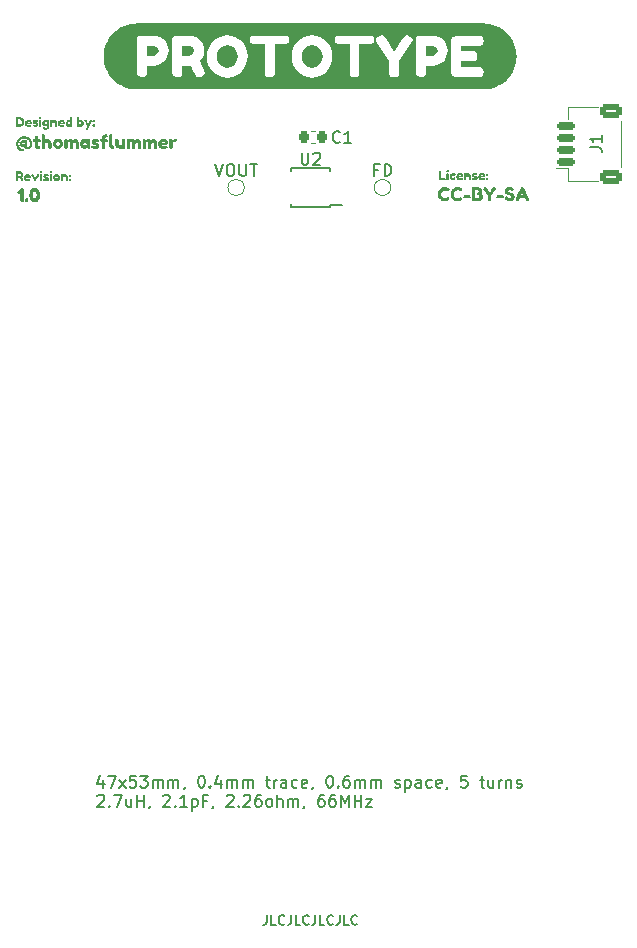
<source format=gto>
G04 #@! TF.GenerationSoftware,KiCad,Pcbnew,7.0.1-0*
G04 #@! TF.CreationDate,2023-05-11T23:21:43+02:00*
G04 #@! TF.ProjectId,nfc_card_emulation_large,6e66635f-6361-4726-945f-656d756c6174,1.0*
G04 #@! TF.SameCoordinates,PX354a940PY3072580*
G04 #@! TF.FileFunction,Legend,Top*
G04 #@! TF.FilePolarity,Positive*
%FSLAX46Y46*%
G04 Gerber Fmt 4.6, Leading zero omitted, Abs format (unit mm)*
G04 Created by KiCad (PCBNEW 7.0.1-0) date 2023-05-11 23:21:43*
%MOMM*%
%LPD*%
G01*
G04 APERTURE LIST*
G04 Aperture macros list*
%AMRoundRect*
0 Rectangle with rounded corners*
0 $1 Rounding radius*
0 $2 $3 $4 $5 $6 $7 $8 $9 X,Y pos of 4 corners*
0 Add a 4 corners polygon primitive as box body*
4,1,4,$2,$3,$4,$5,$6,$7,$8,$9,$2,$3,0*
0 Add four circle primitives for the rounded corners*
1,1,$1+$1,$2,$3*
1,1,$1+$1,$4,$5*
1,1,$1+$1,$6,$7*
1,1,$1+$1,$8,$9*
0 Add four rect primitives between the rounded corners*
20,1,$1+$1,$2,$3,$4,$5,0*
20,1,$1+$1,$4,$5,$6,$7,0*
20,1,$1+$1,$6,$7,$8,$9,0*
20,1,$1+$1,$8,$9,$2,$3,0*%
G04 Aperture macros list end*
%ADD10C,0.150000*%
%ADD11C,0.120000*%
%ADD12C,1.000000*%
%ADD13RoundRect,0.150000X0.625000X-0.150000X0.625000X0.150000X-0.625000X0.150000X-0.625000X-0.150000X0*%
%ADD14RoundRect,0.250000X0.650000X-0.350000X0.650000X0.350000X-0.650000X0.350000X-0.650000X-0.350000X0*%
%ADD15RoundRect,0.225000X0.225000X0.250000X-0.225000X0.250000X-0.225000X-0.250000X0.225000X-0.250000X0*%
%ADD16R,1.100000X0.400000*%
G04 APERTURE END LIST*
D10*
X23292261Y-84302095D02*
X23292261Y-84873523D01*
X23292261Y-84873523D02*
X23254166Y-84987809D01*
X23254166Y-84987809D02*
X23177975Y-85064000D01*
X23177975Y-85064000D02*
X23063690Y-85102095D01*
X23063690Y-85102095D02*
X22987499Y-85102095D01*
X24054166Y-85102095D02*
X23673214Y-85102095D01*
X23673214Y-85102095D02*
X23673214Y-84302095D01*
X24777976Y-85025904D02*
X24739880Y-85064000D01*
X24739880Y-85064000D02*
X24625595Y-85102095D01*
X24625595Y-85102095D02*
X24549404Y-85102095D01*
X24549404Y-85102095D02*
X24435118Y-85064000D01*
X24435118Y-85064000D02*
X24358928Y-84987809D01*
X24358928Y-84987809D02*
X24320833Y-84911619D01*
X24320833Y-84911619D02*
X24282737Y-84759238D01*
X24282737Y-84759238D02*
X24282737Y-84644952D01*
X24282737Y-84644952D02*
X24320833Y-84492571D01*
X24320833Y-84492571D02*
X24358928Y-84416380D01*
X24358928Y-84416380D02*
X24435118Y-84340190D01*
X24435118Y-84340190D02*
X24549404Y-84302095D01*
X24549404Y-84302095D02*
X24625595Y-84302095D01*
X24625595Y-84302095D02*
X24739880Y-84340190D01*
X24739880Y-84340190D02*
X24777976Y-84378285D01*
X25349404Y-84302095D02*
X25349404Y-84873523D01*
X25349404Y-84873523D02*
X25311309Y-84987809D01*
X25311309Y-84987809D02*
X25235118Y-85064000D01*
X25235118Y-85064000D02*
X25120833Y-85102095D01*
X25120833Y-85102095D02*
X25044642Y-85102095D01*
X26111309Y-85102095D02*
X25730357Y-85102095D01*
X25730357Y-85102095D02*
X25730357Y-84302095D01*
X26835119Y-85025904D02*
X26797023Y-85064000D01*
X26797023Y-85064000D02*
X26682738Y-85102095D01*
X26682738Y-85102095D02*
X26606547Y-85102095D01*
X26606547Y-85102095D02*
X26492261Y-85064000D01*
X26492261Y-85064000D02*
X26416071Y-84987809D01*
X26416071Y-84987809D02*
X26377976Y-84911619D01*
X26377976Y-84911619D02*
X26339880Y-84759238D01*
X26339880Y-84759238D02*
X26339880Y-84644952D01*
X26339880Y-84644952D02*
X26377976Y-84492571D01*
X26377976Y-84492571D02*
X26416071Y-84416380D01*
X26416071Y-84416380D02*
X26492261Y-84340190D01*
X26492261Y-84340190D02*
X26606547Y-84302095D01*
X26606547Y-84302095D02*
X26682738Y-84302095D01*
X26682738Y-84302095D02*
X26797023Y-84340190D01*
X26797023Y-84340190D02*
X26835119Y-84378285D01*
X27406547Y-84302095D02*
X27406547Y-84873523D01*
X27406547Y-84873523D02*
X27368452Y-84987809D01*
X27368452Y-84987809D02*
X27292261Y-85064000D01*
X27292261Y-85064000D02*
X27177976Y-85102095D01*
X27177976Y-85102095D02*
X27101785Y-85102095D01*
X28168452Y-85102095D02*
X27787500Y-85102095D01*
X27787500Y-85102095D02*
X27787500Y-84302095D01*
X28892262Y-85025904D02*
X28854166Y-85064000D01*
X28854166Y-85064000D02*
X28739881Y-85102095D01*
X28739881Y-85102095D02*
X28663690Y-85102095D01*
X28663690Y-85102095D02*
X28549404Y-85064000D01*
X28549404Y-85064000D02*
X28473214Y-84987809D01*
X28473214Y-84987809D02*
X28435119Y-84911619D01*
X28435119Y-84911619D02*
X28397023Y-84759238D01*
X28397023Y-84759238D02*
X28397023Y-84644952D01*
X28397023Y-84644952D02*
X28435119Y-84492571D01*
X28435119Y-84492571D02*
X28473214Y-84416380D01*
X28473214Y-84416380D02*
X28549404Y-84340190D01*
X28549404Y-84340190D02*
X28663690Y-84302095D01*
X28663690Y-84302095D02*
X28739881Y-84302095D01*
X28739881Y-84302095D02*
X28854166Y-84340190D01*
X28854166Y-84340190D02*
X28892262Y-84378285D01*
X29463690Y-84302095D02*
X29463690Y-84873523D01*
X29463690Y-84873523D02*
X29425595Y-84987809D01*
X29425595Y-84987809D02*
X29349404Y-85064000D01*
X29349404Y-85064000D02*
X29235119Y-85102095D01*
X29235119Y-85102095D02*
X29158928Y-85102095D01*
X30225595Y-85102095D02*
X29844643Y-85102095D01*
X29844643Y-85102095D02*
X29844643Y-84302095D01*
X30949405Y-85025904D02*
X30911309Y-85064000D01*
X30911309Y-85064000D02*
X30797024Y-85102095D01*
X30797024Y-85102095D02*
X30720833Y-85102095D01*
X30720833Y-85102095D02*
X30606547Y-85064000D01*
X30606547Y-85064000D02*
X30530357Y-84987809D01*
X30530357Y-84987809D02*
X30492262Y-84911619D01*
X30492262Y-84911619D02*
X30454166Y-84759238D01*
X30454166Y-84759238D02*
X30454166Y-84644952D01*
X30454166Y-84644952D02*
X30492262Y-84492571D01*
X30492262Y-84492571D02*
X30530357Y-84416380D01*
X30530357Y-84416380D02*
X30606547Y-84340190D01*
X30606547Y-84340190D02*
X30720833Y-84302095D01*
X30720833Y-84302095D02*
X30797024Y-84302095D01*
X30797024Y-84302095D02*
X30911309Y-84340190D01*
X30911309Y-84340190D02*
X30949405Y-84378285D01*
X9429166Y-72840952D02*
X9429166Y-73507619D01*
X9191071Y-72460000D02*
X8952976Y-73174285D01*
X8952976Y-73174285D02*
X9572023Y-73174285D01*
X9857738Y-72507619D02*
X10524404Y-72507619D01*
X10524404Y-72507619D02*
X10095833Y-73507619D01*
X10810119Y-73507619D02*
X11333928Y-72840952D01*
X10810119Y-72840952D02*
X11333928Y-73507619D01*
X12191071Y-72507619D02*
X11714881Y-72507619D01*
X11714881Y-72507619D02*
X11667262Y-72983809D01*
X11667262Y-72983809D02*
X11714881Y-72936190D01*
X11714881Y-72936190D02*
X11810119Y-72888571D01*
X11810119Y-72888571D02*
X12048214Y-72888571D01*
X12048214Y-72888571D02*
X12143452Y-72936190D01*
X12143452Y-72936190D02*
X12191071Y-72983809D01*
X12191071Y-72983809D02*
X12238690Y-73079047D01*
X12238690Y-73079047D02*
X12238690Y-73317142D01*
X12238690Y-73317142D02*
X12191071Y-73412380D01*
X12191071Y-73412380D02*
X12143452Y-73460000D01*
X12143452Y-73460000D02*
X12048214Y-73507619D01*
X12048214Y-73507619D02*
X11810119Y-73507619D01*
X11810119Y-73507619D02*
X11714881Y-73460000D01*
X11714881Y-73460000D02*
X11667262Y-73412380D01*
X12572024Y-72507619D02*
X13191071Y-72507619D01*
X13191071Y-72507619D02*
X12857738Y-72888571D01*
X12857738Y-72888571D02*
X13000595Y-72888571D01*
X13000595Y-72888571D02*
X13095833Y-72936190D01*
X13095833Y-72936190D02*
X13143452Y-72983809D01*
X13143452Y-72983809D02*
X13191071Y-73079047D01*
X13191071Y-73079047D02*
X13191071Y-73317142D01*
X13191071Y-73317142D02*
X13143452Y-73412380D01*
X13143452Y-73412380D02*
X13095833Y-73460000D01*
X13095833Y-73460000D02*
X13000595Y-73507619D01*
X13000595Y-73507619D02*
X12714881Y-73507619D01*
X12714881Y-73507619D02*
X12619643Y-73460000D01*
X12619643Y-73460000D02*
X12572024Y-73412380D01*
X13619643Y-73507619D02*
X13619643Y-72840952D01*
X13619643Y-72936190D02*
X13667262Y-72888571D01*
X13667262Y-72888571D02*
X13762500Y-72840952D01*
X13762500Y-72840952D02*
X13905357Y-72840952D01*
X13905357Y-72840952D02*
X14000595Y-72888571D01*
X14000595Y-72888571D02*
X14048214Y-72983809D01*
X14048214Y-72983809D02*
X14048214Y-73507619D01*
X14048214Y-72983809D02*
X14095833Y-72888571D01*
X14095833Y-72888571D02*
X14191071Y-72840952D01*
X14191071Y-72840952D02*
X14333928Y-72840952D01*
X14333928Y-72840952D02*
X14429167Y-72888571D01*
X14429167Y-72888571D02*
X14476786Y-72983809D01*
X14476786Y-72983809D02*
X14476786Y-73507619D01*
X14952976Y-73507619D02*
X14952976Y-72840952D01*
X14952976Y-72936190D02*
X15000595Y-72888571D01*
X15000595Y-72888571D02*
X15095833Y-72840952D01*
X15095833Y-72840952D02*
X15238690Y-72840952D01*
X15238690Y-72840952D02*
X15333928Y-72888571D01*
X15333928Y-72888571D02*
X15381547Y-72983809D01*
X15381547Y-72983809D02*
X15381547Y-73507619D01*
X15381547Y-72983809D02*
X15429166Y-72888571D01*
X15429166Y-72888571D02*
X15524404Y-72840952D01*
X15524404Y-72840952D02*
X15667261Y-72840952D01*
X15667261Y-72840952D02*
X15762500Y-72888571D01*
X15762500Y-72888571D02*
X15810119Y-72983809D01*
X15810119Y-72983809D02*
X15810119Y-73507619D01*
X16333928Y-73460000D02*
X16333928Y-73507619D01*
X16333928Y-73507619D02*
X16286309Y-73602857D01*
X16286309Y-73602857D02*
X16238690Y-73650476D01*
X17714880Y-72507619D02*
X17810118Y-72507619D01*
X17810118Y-72507619D02*
X17905356Y-72555238D01*
X17905356Y-72555238D02*
X17952975Y-72602857D01*
X17952975Y-72602857D02*
X18000594Y-72698095D01*
X18000594Y-72698095D02*
X18048213Y-72888571D01*
X18048213Y-72888571D02*
X18048213Y-73126666D01*
X18048213Y-73126666D02*
X18000594Y-73317142D01*
X18000594Y-73317142D02*
X17952975Y-73412380D01*
X17952975Y-73412380D02*
X17905356Y-73460000D01*
X17905356Y-73460000D02*
X17810118Y-73507619D01*
X17810118Y-73507619D02*
X17714880Y-73507619D01*
X17714880Y-73507619D02*
X17619642Y-73460000D01*
X17619642Y-73460000D02*
X17572023Y-73412380D01*
X17572023Y-73412380D02*
X17524404Y-73317142D01*
X17524404Y-73317142D02*
X17476785Y-73126666D01*
X17476785Y-73126666D02*
X17476785Y-72888571D01*
X17476785Y-72888571D02*
X17524404Y-72698095D01*
X17524404Y-72698095D02*
X17572023Y-72602857D01*
X17572023Y-72602857D02*
X17619642Y-72555238D01*
X17619642Y-72555238D02*
X17714880Y-72507619D01*
X18476785Y-73412380D02*
X18524404Y-73460000D01*
X18524404Y-73460000D02*
X18476785Y-73507619D01*
X18476785Y-73507619D02*
X18429166Y-73460000D01*
X18429166Y-73460000D02*
X18476785Y-73412380D01*
X18476785Y-73412380D02*
X18476785Y-73507619D01*
X19381546Y-72840952D02*
X19381546Y-73507619D01*
X19143451Y-72460000D02*
X18905356Y-73174285D01*
X18905356Y-73174285D02*
X19524403Y-73174285D01*
X19905356Y-73507619D02*
X19905356Y-72840952D01*
X19905356Y-72936190D02*
X19952975Y-72888571D01*
X19952975Y-72888571D02*
X20048213Y-72840952D01*
X20048213Y-72840952D02*
X20191070Y-72840952D01*
X20191070Y-72840952D02*
X20286308Y-72888571D01*
X20286308Y-72888571D02*
X20333927Y-72983809D01*
X20333927Y-72983809D02*
X20333927Y-73507619D01*
X20333927Y-72983809D02*
X20381546Y-72888571D01*
X20381546Y-72888571D02*
X20476784Y-72840952D01*
X20476784Y-72840952D02*
X20619641Y-72840952D01*
X20619641Y-72840952D02*
X20714880Y-72888571D01*
X20714880Y-72888571D02*
X20762499Y-72983809D01*
X20762499Y-72983809D02*
X20762499Y-73507619D01*
X21238689Y-73507619D02*
X21238689Y-72840952D01*
X21238689Y-72936190D02*
X21286308Y-72888571D01*
X21286308Y-72888571D02*
X21381546Y-72840952D01*
X21381546Y-72840952D02*
X21524403Y-72840952D01*
X21524403Y-72840952D02*
X21619641Y-72888571D01*
X21619641Y-72888571D02*
X21667260Y-72983809D01*
X21667260Y-72983809D02*
X21667260Y-73507619D01*
X21667260Y-72983809D02*
X21714879Y-72888571D01*
X21714879Y-72888571D02*
X21810117Y-72840952D01*
X21810117Y-72840952D02*
X21952974Y-72840952D01*
X21952974Y-72840952D02*
X22048213Y-72888571D01*
X22048213Y-72888571D02*
X22095832Y-72983809D01*
X22095832Y-72983809D02*
X22095832Y-73507619D01*
X23191070Y-72840952D02*
X23572022Y-72840952D01*
X23333927Y-72507619D02*
X23333927Y-73364761D01*
X23333927Y-73364761D02*
X23381546Y-73460000D01*
X23381546Y-73460000D02*
X23476784Y-73507619D01*
X23476784Y-73507619D02*
X23572022Y-73507619D01*
X23905356Y-73507619D02*
X23905356Y-72840952D01*
X23905356Y-73031428D02*
X23952975Y-72936190D01*
X23952975Y-72936190D02*
X24000594Y-72888571D01*
X24000594Y-72888571D02*
X24095832Y-72840952D01*
X24095832Y-72840952D02*
X24191070Y-72840952D01*
X24952975Y-73507619D02*
X24952975Y-72983809D01*
X24952975Y-72983809D02*
X24905356Y-72888571D01*
X24905356Y-72888571D02*
X24810118Y-72840952D01*
X24810118Y-72840952D02*
X24619642Y-72840952D01*
X24619642Y-72840952D02*
X24524404Y-72888571D01*
X24952975Y-73460000D02*
X24857737Y-73507619D01*
X24857737Y-73507619D02*
X24619642Y-73507619D01*
X24619642Y-73507619D02*
X24524404Y-73460000D01*
X24524404Y-73460000D02*
X24476785Y-73364761D01*
X24476785Y-73364761D02*
X24476785Y-73269523D01*
X24476785Y-73269523D02*
X24524404Y-73174285D01*
X24524404Y-73174285D02*
X24619642Y-73126666D01*
X24619642Y-73126666D02*
X24857737Y-73126666D01*
X24857737Y-73126666D02*
X24952975Y-73079047D01*
X25857737Y-73460000D02*
X25762499Y-73507619D01*
X25762499Y-73507619D02*
X25572023Y-73507619D01*
X25572023Y-73507619D02*
X25476785Y-73460000D01*
X25476785Y-73460000D02*
X25429166Y-73412380D01*
X25429166Y-73412380D02*
X25381547Y-73317142D01*
X25381547Y-73317142D02*
X25381547Y-73031428D01*
X25381547Y-73031428D02*
X25429166Y-72936190D01*
X25429166Y-72936190D02*
X25476785Y-72888571D01*
X25476785Y-72888571D02*
X25572023Y-72840952D01*
X25572023Y-72840952D02*
X25762499Y-72840952D01*
X25762499Y-72840952D02*
X25857737Y-72888571D01*
X26667261Y-73460000D02*
X26572023Y-73507619D01*
X26572023Y-73507619D02*
X26381547Y-73507619D01*
X26381547Y-73507619D02*
X26286309Y-73460000D01*
X26286309Y-73460000D02*
X26238690Y-73364761D01*
X26238690Y-73364761D02*
X26238690Y-72983809D01*
X26238690Y-72983809D02*
X26286309Y-72888571D01*
X26286309Y-72888571D02*
X26381547Y-72840952D01*
X26381547Y-72840952D02*
X26572023Y-72840952D01*
X26572023Y-72840952D02*
X26667261Y-72888571D01*
X26667261Y-72888571D02*
X26714880Y-72983809D01*
X26714880Y-72983809D02*
X26714880Y-73079047D01*
X26714880Y-73079047D02*
X26238690Y-73174285D01*
X27191071Y-73460000D02*
X27191071Y-73507619D01*
X27191071Y-73507619D02*
X27143452Y-73602857D01*
X27143452Y-73602857D02*
X27095833Y-73650476D01*
X28572023Y-72507619D02*
X28667261Y-72507619D01*
X28667261Y-72507619D02*
X28762499Y-72555238D01*
X28762499Y-72555238D02*
X28810118Y-72602857D01*
X28810118Y-72602857D02*
X28857737Y-72698095D01*
X28857737Y-72698095D02*
X28905356Y-72888571D01*
X28905356Y-72888571D02*
X28905356Y-73126666D01*
X28905356Y-73126666D02*
X28857737Y-73317142D01*
X28857737Y-73317142D02*
X28810118Y-73412380D01*
X28810118Y-73412380D02*
X28762499Y-73460000D01*
X28762499Y-73460000D02*
X28667261Y-73507619D01*
X28667261Y-73507619D02*
X28572023Y-73507619D01*
X28572023Y-73507619D02*
X28476785Y-73460000D01*
X28476785Y-73460000D02*
X28429166Y-73412380D01*
X28429166Y-73412380D02*
X28381547Y-73317142D01*
X28381547Y-73317142D02*
X28333928Y-73126666D01*
X28333928Y-73126666D02*
X28333928Y-72888571D01*
X28333928Y-72888571D02*
X28381547Y-72698095D01*
X28381547Y-72698095D02*
X28429166Y-72602857D01*
X28429166Y-72602857D02*
X28476785Y-72555238D01*
X28476785Y-72555238D02*
X28572023Y-72507619D01*
X29333928Y-73412380D02*
X29381547Y-73460000D01*
X29381547Y-73460000D02*
X29333928Y-73507619D01*
X29333928Y-73507619D02*
X29286309Y-73460000D01*
X29286309Y-73460000D02*
X29333928Y-73412380D01*
X29333928Y-73412380D02*
X29333928Y-73507619D01*
X30238689Y-72507619D02*
X30048213Y-72507619D01*
X30048213Y-72507619D02*
X29952975Y-72555238D01*
X29952975Y-72555238D02*
X29905356Y-72602857D01*
X29905356Y-72602857D02*
X29810118Y-72745714D01*
X29810118Y-72745714D02*
X29762499Y-72936190D01*
X29762499Y-72936190D02*
X29762499Y-73317142D01*
X29762499Y-73317142D02*
X29810118Y-73412380D01*
X29810118Y-73412380D02*
X29857737Y-73460000D01*
X29857737Y-73460000D02*
X29952975Y-73507619D01*
X29952975Y-73507619D02*
X30143451Y-73507619D01*
X30143451Y-73507619D02*
X30238689Y-73460000D01*
X30238689Y-73460000D02*
X30286308Y-73412380D01*
X30286308Y-73412380D02*
X30333927Y-73317142D01*
X30333927Y-73317142D02*
X30333927Y-73079047D01*
X30333927Y-73079047D02*
X30286308Y-72983809D01*
X30286308Y-72983809D02*
X30238689Y-72936190D01*
X30238689Y-72936190D02*
X30143451Y-72888571D01*
X30143451Y-72888571D02*
X29952975Y-72888571D01*
X29952975Y-72888571D02*
X29857737Y-72936190D01*
X29857737Y-72936190D02*
X29810118Y-72983809D01*
X29810118Y-72983809D02*
X29762499Y-73079047D01*
X30762499Y-73507619D02*
X30762499Y-72840952D01*
X30762499Y-72936190D02*
X30810118Y-72888571D01*
X30810118Y-72888571D02*
X30905356Y-72840952D01*
X30905356Y-72840952D02*
X31048213Y-72840952D01*
X31048213Y-72840952D02*
X31143451Y-72888571D01*
X31143451Y-72888571D02*
X31191070Y-72983809D01*
X31191070Y-72983809D02*
X31191070Y-73507619D01*
X31191070Y-72983809D02*
X31238689Y-72888571D01*
X31238689Y-72888571D02*
X31333927Y-72840952D01*
X31333927Y-72840952D02*
X31476784Y-72840952D01*
X31476784Y-72840952D02*
X31572023Y-72888571D01*
X31572023Y-72888571D02*
X31619642Y-72983809D01*
X31619642Y-72983809D02*
X31619642Y-73507619D01*
X32095832Y-73507619D02*
X32095832Y-72840952D01*
X32095832Y-72936190D02*
X32143451Y-72888571D01*
X32143451Y-72888571D02*
X32238689Y-72840952D01*
X32238689Y-72840952D02*
X32381546Y-72840952D01*
X32381546Y-72840952D02*
X32476784Y-72888571D01*
X32476784Y-72888571D02*
X32524403Y-72983809D01*
X32524403Y-72983809D02*
X32524403Y-73507619D01*
X32524403Y-72983809D02*
X32572022Y-72888571D01*
X32572022Y-72888571D02*
X32667260Y-72840952D01*
X32667260Y-72840952D02*
X32810117Y-72840952D01*
X32810117Y-72840952D02*
X32905356Y-72888571D01*
X32905356Y-72888571D02*
X32952975Y-72983809D01*
X32952975Y-72983809D02*
X32952975Y-73507619D01*
X34143451Y-73460000D02*
X34238689Y-73507619D01*
X34238689Y-73507619D02*
X34429165Y-73507619D01*
X34429165Y-73507619D02*
X34524403Y-73460000D01*
X34524403Y-73460000D02*
X34572022Y-73364761D01*
X34572022Y-73364761D02*
X34572022Y-73317142D01*
X34572022Y-73317142D02*
X34524403Y-73221904D01*
X34524403Y-73221904D02*
X34429165Y-73174285D01*
X34429165Y-73174285D02*
X34286308Y-73174285D01*
X34286308Y-73174285D02*
X34191070Y-73126666D01*
X34191070Y-73126666D02*
X34143451Y-73031428D01*
X34143451Y-73031428D02*
X34143451Y-72983809D01*
X34143451Y-72983809D02*
X34191070Y-72888571D01*
X34191070Y-72888571D02*
X34286308Y-72840952D01*
X34286308Y-72840952D02*
X34429165Y-72840952D01*
X34429165Y-72840952D02*
X34524403Y-72888571D01*
X35000594Y-72840952D02*
X35000594Y-73840952D01*
X35000594Y-72888571D02*
X35095832Y-72840952D01*
X35095832Y-72840952D02*
X35286308Y-72840952D01*
X35286308Y-72840952D02*
X35381546Y-72888571D01*
X35381546Y-72888571D02*
X35429165Y-72936190D01*
X35429165Y-72936190D02*
X35476784Y-73031428D01*
X35476784Y-73031428D02*
X35476784Y-73317142D01*
X35476784Y-73317142D02*
X35429165Y-73412380D01*
X35429165Y-73412380D02*
X35381546Y-73460000D01*
X35381546Y-73460000D02*
X35286308Y-73507619D01*
X35286308Y-73507619D02*
X35095832Y-73507619D01*
X35095832Y-73507619D02*
X35000594Y-73460000D01*
X36333927Y-73507619D02*
X36333927Y-72983809D01*
X36333927Y-72983809D02*
X36286308Y-72888571D01*
X36286308Y-72888571D02*
X36191070Y-72840952D01*
X36191070Y-72840952D02*
X36000594Y-72840952D01*
X36000594Y-72840952D02*
X35905356Y-72888571D01*
X36333927Y-73460000D02*
X36238689Y-73507619D01*
X36238689Y-73507619D02*
X36000594Y-73507619D01*
X36000594Y-73507619D02*
X35905356Y-73460000D01*
X35905356Y-73460000D02*
X35857737Y-73364761D01*
X35857737Y-73364761D02*
X35857737Y-73269523D01*
X35857737Y-73269523D02*
X35905356Y-73174285D01*
X35905356Y-73174285D02*
X36000594Y-73126666D01*
X36000594Y-73126666D02*
X36238689Y-73126666D01*
X36238689Y-73126666D02*
X36333927Y-73079047D01*
X37238689Y-73460000D02*
X37143451Y-73507619D01*
X37143451Y-73507619D02*
X36952975Y-73507619D01*
X36952975Y-73507619D02*
X36857737Y-73460000D01*
X36857737Y-73460000D02*
X36810118Y-73412380D01*
X36810118Y-73412380D02*
X36762499Y-73317142D01*
X36762499Y-73317142D02*
X36762499Y-73031428D01*
X36762499Y-73031428D02*
X36810118Y-72936190D01*
X36810118Y-72936190D02*
X36857737Y-72888571D01*
X36857737Y-72888571D02*
X36952975Y-72840952D01*
X36952975Y-72840952D02*
X37143451Y-72840952D01*
X37143451Y-72840952D02*
X37238689Y-72888571D01*
X38048213Y-73460000D02*
X37952975Y-73507619D01*
X37952975Y-73507619D02*
X37762499Y-73507619D01*
X37762499Y-73507619D02*
X37667261Y-73460000D01*
X37667261Y-73460000D02*
X37619642Y-73364761D01*
X37619642Y-73364761D02*
X37619642Y-72983809D01*
X37619642Y-72983809D02*
X37667261Y-72888571D01*
X37667261Y-72888571D02*
X37762499Y-72840952D01*
X37762499Y-72840952D02*
X37952975Y-72840952D01*
X37952975Y-72840952D02*
X38048213Y-72888571D01*
X38048213Y-72888571D02*
X38095832Y-72983809D01*
X38095832Y-72983809D02*
X38095832Y-73079047D01*
X38095832Y-73079047D02*
X37619642Y-73174285D01*
X38572023Y-73460000D02*
X38572023Y-73507619D01*
X38572023Y-73507619D02*
X38524404Y-73602857D01*
X38524404Y-73602857D02*
X38476785Y-73650476D01*
X40238689Y-72507619D02*
X39762499Y-72507619D01*
X39762499Y-72507619D02*
X39714880Y-72983809D01*
X39714880Y-72983809D02*
X39762499Y-72936190D01*
X39762499Y-72936190D02*
X39857737Y-72888571D01*
X39857737Y-72888571D02*
X40095832Y-72888571D01*
X40095832Y-72888571D02*
X40191070Y-72936190D01*
X40191070Y-72936190D02*
X40238689Y-72983809D01*
X40238689Y-72983809D02*
X40286308Y-73079047D01*
X40286308Y-73079047D02*
X40286308Y-73317142D01*
X40286308Y-73317142D02*
X40238689Y-73412380D01*
X40238689Y-73412380D02*
X40191070Y-73460000D01*
X40191070Y-73460000D02*
X40095832Y-73507619D01*
X40095832Y-73507619D02*
X39857737Y-73507619D01*
X39857737Y-73507619D02*
X39762499Y-73460000D01*
X39762499Y-73460000D02*
X39714880Y-73412380D01*
X41333928Y-72840952D02*
X41714880Y-72840952D01*
X41476785Y-72507619D02*
X41476785Y-73364761D01*
X41476785Y-73364761D02*
X41524404Y-73460000D01*
X41524404Y-73460000D02*
X41619642Y-73507619D01*
X41619642Y-73507619D02*
X41714880Y-73507619D01*
X42476785Y-72840952D02*
X42476785Y-73507619D01*
X42048214Y-72840952D02*
X42048214Y-73364761D01*
X42048214Y-73364761D02*
X42095833Y-73460000D01*
X42095833Y-73460000D02*
X42191071Y-73507619D01*
X42191071Y-73507619D02*
X42333928Y-73507619D01*
X42333928Y-73507619D02*
X42429166Y-73460000D01*
X42429166Y-73460000D02*
X42476785Y-73412380D01*
X42952976Y-73507619D02*
X42952976Y-72840952D01*
X42952976Y-73031428D02*
X43000595Y-72936190D01*
X43000595Y-72936190D02*
X43048214Y-72888571D01*
X43048214Y-72888571D02*
X43143452Y-72840952D01*
X43143452Y-72840952D02*
X43238690Y-72840952D01*
X43572024Y-72840952D02*
X43572024Y-73507619D01*
X43572024Y-72936190D02*
X43619643Y-72888571D01*
X43619643Y-72888571D02*
X43714881Y-72840952D01*
X43714881Y-72840952D02*
X43857738Y-72840952D01*
X43857738Y-72840952D02*
X43952976Y-72888571D01*
X43952976Y-72888571D02*
X44000595Y-72983809D01*
X44000595Y-72983809D02*
X44000595Y-73507619D01*
X44429167Y-73460000D02*
X44524405Y-73507619D01*
X44524405Y-73507619D02*
X44714881Y-73507619D01*
X44714881Y-73507619D02*
X44810119Y-73460000D01*
X44810119Y-73460000D02*
X44857738Y-73364761D01*
X44857738Y-73364761D02*
X44857738Y-73317142D01*
X44857738Y-73317142D02*
X44810119Y-73221904D01*
X44810119Y-73221904D02*
X44714881Y-73174285D01*
X44714881Y-73174285D02*
X44572024Y-73174285D01*
X44572024Y-73174285D02*
X44476786Y-73126666D01*
X44476786Y-73126666D02*
X44429167Y-73031428D01*
X44429167Y-73031428D02*
X44429167Y-72983809D01*
X44429167Y-72983809D02*
X44476786Y-72888571D01*
X44476786Y-72888571D02*
X44572024Y-72840952D01*
X44572024Y-72840952D02*
X44714881Y-72840952D01*
X44714881Y-72840952D02*
X44810119Y-72888571D01*
X8952976Y-74222857D02*
X9000595Y-74175238D01*
X9000595Y-74175238D02*
X9095833Y-74127619D01*
X9095833Y-74127619D02*
X9333928Y-74127619D01*
X9333928Y-74127619D02*
X9429166Y-74175238D01*
X9429166Y-74175238D02*
X9476785Y-74222857D01*
X9476785Y-74222857D02*
X9524404Y-74318095D01*
X9524404Y-74318095D02*
X9524404Y-74413333D01*
X9524404Y-74413333D02*
X9476785Y-74556190D01*
X9476785Y-74556190D02*
X8905357Y-75127619D01*
X8905357Y-75127619D02*
X9524404Y-75127619D01*
X9952976Y-75032380D02*
X10000595Y-75080000D01*
X10000595Y-75080000D02*
X9952976Y-75127619D01*
X9952976Y-75127619D02*
X9905357Y-75080000D01*
X9905357Y-75080000D02*
X9952976Y-75032380D01*
X9952976Y-75032380D02*
X9952976Y-75127619D01*
X10333928Y-74127619D02*
X11000594Y-74127619D01*
X11000594Y-74127619D02*
X10572023Y-75127619D01*
X11810118Y-74460952D02*
X11810118Y-75127619D01*
X11381547Y-74460952D02*
X11381547Y-74984761D01*
X11381547Y-74984761D02*
X11429166Y-75080000D01*
X11429166Y-75080000D02*
X11524404Y-75127619D01*
X11524404Y-75127619D02*
X11667261Y-75127619D01*
X11667261Y-75127619D02*
X11762499Y-75080000D01*
X11762499Y-75080000D02*
X11810118Y-75032380D01*
X12286309Y-75127619D02*
X12286309Y-74127619D01*
X12286309Y-74603809D02*
X12857737Y-74603809D01*
X12857737Y-75127619D02*
X12857737Y-74127619D01*
X13381547Y-75080000D02*
X13381547Y-75127619D01*
X13381547Y-75127619D02*
X13333928Y-75222857D01*
X13333928Y-75222857D02*
X13286309Y-75270476D01*
X14524404Y-74222857D02*
X14572023Y-74175238D01*
X14572023Y-74175238D02*
X14667261Y-74127619D01*
X14667261Y-74127619D02*
X14905356Y-74127619D01*
X14905356Y-74127619D02*
X15000594Y-74175238D01*
X15000594Y-74175238D02*
X15048213Y-74222857D01*
X15048213Y-74222857D02*
X15095832Y-74318095D01*
X15095832Y-74318095D02*
X15095832Y-74413333D01*
X15095832Y-74413333D02*
X15048213Y-74556190D01*
X15048213Y-74556190D02*
X14476785Y-75127619D01*
X14476785Y-75127619D02*
X15095832Y-75127619D01*
X15524404Y-75032380D02*
X15572023Y-75080000D01*
X15572023Y-75080000D02*
X15524404Y-75127619D01*
X15524404Y-75127619D02*
X15476785Y-75080000D01*
X15476785Y-75080000D02*
X15524404Y-75032380D01*
X15524404Y-75032380D02*
X15524404Y-75127619D01*
X16524403Y-75127619D02*
X15952975Y-75127619D01*
X16238689Y-75127619D02*
X16238689Y-74127619D01*
X16238689Y-74127619D02*
X16143451Y-74270476D01*
X16143451Y-74270476D02*
X16048213Y-74365714D01*
X16048213Y-74365714D02*
X15952975Y-74413333D01*
X16952975Y-74460952D02*
X16952975Y-75460952D01*
X16952975Y-74508571D02*
X17048213Y-74460952D01*
X17048213Y-74460952D02*
X17238689Y-74460952D01*
X17238689Y-74460952D02*
X17333927Y-74508571D01*
X17333927Y-74508571D02*
X17381546Y-74556190D01*
X17381546Y-74556190D02*
X17429165Y-74651428D01*
X17429165Y-74651428D02*
X17429165Y-74937142D01*
X17429165Y-74937142D02*
X17381546Y-75032380D01*
X17381546Y-75032380D02*
X17333927Y-75080000D01*
X17333927Y-75080000D02*
X17238689Y-75127619D01*
X17238689Y-75127619D02*
X17048213Y-75127619D01*
X17048213Y-75127619D02*
X16952975Y-75080000D01*
X18191070Y-74603809D02*
X17857737Y-74603809D01*
X17857737Y-75127619D02*
X17857737Y-74127619D01*
X17857737Y-74127619D02*
X18333927Y-74127619D01*
X18762499Y-75080000D02*
X18762499Y-75127619D01*
X18762499Y-75127619D02*
X18714880Y-75222857D01*
X18714880Y-75222857D02*
X18667261Y-75270476D01*
X19905356Y-74222857D02*
X19952975Y-74175238D01*
X19952975Y-74175238D02*
X20048213Y-74127619D01*
X20048213Y-74127619D02*
X20286308Y-74127619D01*
X20286308Y-74127619D02*
X20381546Y-74175238D01*
X20381546Y-74175238D02*
X20429165Y-74222857D01*
X20429165Y-74222857D02*
X20476784Y-74318095D01*
X20476784Y-74318095D02*
X20476784Y-74413333D01*
X20476784Y-74413333D02*
X20429165Y-74556190D01*
X20429165Y-74556190D02*
X19857737Y-75127619D01*
X19857737Y-75127619D02*
X20476784Y-75127619D01*
X20905356Y-75032380D02*
X20952975Y-75080000D01*
X20952975Y-75080000D02*
X20905356Y-75127619D01*
X20905356Y-75127619D02*
X20857737Y-75080000D01*
X20857737Y-75080000D02*
X20905356Y-75032380D01*
X20905356Y-75032380D02*
X20905356Y-75127619D01*
X21333927Y-74222857D02*
X21381546Y-74175238D01*
X21381546Y-74175238D02*
X21476784Y-74127619D01*
X21476784Y-74127619D02*
X21714879Y-74127619D01*
X21714879Y-74127619D02*
X21810117Y-74175238D01*
X21810117Y-74175238D02*
X21857736Y-74222857D01*
X21857736Y-74222857D02*
X21905355Y-74318095D01*
X21905355Y-74318095D02*
X21905355Y-74413333D01*
X21905355Y-74413333D02*
X21857736Y-74556190D01*
X21857736Y-74556190D02*
X21286308Y-75127619D01*
X21286308Y-75127619D02*
X21905355Y-75127619D01*
X22762498Y-74127619D02*
X22572022Y-74127619D01*
X22572022Y-74127619D02*
X22476784Y-74175238D01*
X22476784Y-74175238D02*
X22429165Y-74222857D01*
X22429165Y-74222857D02*
X22333927Y-74365714D01*
X22333927Y-74365714D02*
X22286308Y-74556190D01*
X22286308Y-74556190D02*
X22286308Y-74937142D01*
X22286308Y-74937142D02*
X22333927Y-75032380D01*
X22333927Y-75032380D02*
X22381546Y-75080000D01*
X22381546Y-75080000D02*
X22476784Y-75127619D01*
X22476784Y-75127619D02*
X22667260Y-75127619D01*
X22667260Y-75127619D02*
X22762498Y-75080000D01*
X22762498Y-75080000D02*
X22810117Y-75032380D01*
X22810117Y-75032380D02*
X22857736Y-74937142D01*
X22857736Y-74937142D02*
X22857736Y-74699047D01*
X22857736Y-74699047D02*
X22810117Y-74603809D01*
X22810117Y-74603809D02*
X22762498Y-74556190D01*
X22762498Y-74556190D02*
X22667260Y-74508571D01*
X22667260Y-74508571D02*
X22476784Y-74508571D01*
X22476784Y-74508571D02*
X22381546Y-74556190D01*
X22381546Y-74556190D02*
X22333927Y-74603809D01*
X22333927Y-74603809D02*
X22286308Y-74699047D01*
X23429165Y-75127619D02*
X23333927Y-75080000D01*
X23333927Y-75080000D02*
X23286308Y-75032380D01*
X23286308Y-75032380D02*
X23238689Y-74937142D01*
X23238689Y-74937142D02*
X23238689Y-74651428D01*
X23238689Y-74651428D02*
X23286308Y-74556190D01*
X23286308Y-74556190D02*
X23333927Y-74508571D01*
X23333927Y-74508571D02*
X23429165Y-74460952D01*
X23429165Y-74460952D02*
X23572022Y-74460952D01*
X23572022Y-74460952D02*
X23667260Y-74508571D01*
X23667260Y-74508571D02*
X23714879Y-74556190D01*
X23714879Y-74556190D02*
X23762498Y-74651428D01*
X23762498Y-74651428D02*
X23762498Y-74937142D01*
X23762498Y-74937142D02*
X23714879Y-75032380D01*
X23714879Y-75032380D02*
X23667260Y-75080000D01*
X23667260Y-75080000D02*
X23572022Y-75127619D01*
X23572022Y-75127619D02*
X23429165Y-75127619D01*
X24191070Y-75127619D02*
X24191070Y-74127619D01*
X24619641Y-75127619D02*
X24619641Y-74603809D01*
X24619641Y-74603809D02*
X24572022Y-74508571D01*
X24572022Y-74508571D02*
X24476784Y-74460952D01*
X24476784Y-74460952D02*
X24333927Y-74460952D01*
X24333927Y-74460952D02*
X24238689Y-74508571D01*
X24238689Y-74508571D02*
X24191070Y-74556190D01*
X25095832Y-75127619D02*
X25095832Y-74460952D01*
X25095832Y-74556190D02*
X25143451Y-74508571D01*
X25143451Y-74508571D02*
X25238689Y-74460952D01*
X25238689Y-74460952D02*
X25381546Y-74460952D01*
X25381546Y-74460952D02*
X25476784Y-74508571D01*
X25476784Y-74508571D02*
X25524403Y-74603809D01*
X25524403Y-74603809D02*
X25524403Y-75127619D01*
X25524403Y-74603809D02*
X25572022Y-74508571D01*
X25572022Y-74508571D02*
X25667260Y-74460952D01*
X25667260Y-74460952D02*
X25810117Y-74460952D01*
X25810117Y-74460952D02*
X25905356Y-74508571D01*
X25905356Y-74508571D02*
X25952975Y-74603809D01*
X25952975Y-74603809D02*
X25952975Y-75127619D01*
X26476784Y-75080000D02*
X26476784Y-75127619D01*
X26476784Y-75127619D02*
X26429165Y-75222857D01*
X26429165Y-75222857D02*
X26381546Y-75270476D01*
X28095831Y-74127619D02*
X27905355Y-74127619D01*
X27905355Y-74127619D02*
X27810117Y-74175238D01*
X27810117Y-74175238D02*
X27762498Y-74222857D01*
X27762498Y-74222857D02*
X27667260Y-74365714D01*
X27667260Y-74365714D02*
X27619641Y-74556190D01*
X27619641Y-74556190D02*
X27619641Y-74937142D01*
X27619641Y-74937142D02*
X27667260Y-75032380D01*
X27667260Y-75032380D02*
X27714879Y-75080000D01*
X27714879Y-75080000D02*
X27810117Y-75127619D01*
X27810117Y-75127619D02*
X28000593Y-75127619D01*
X28000593Y-75127619D02*
X28095831Y-75080000D01*
X28095831Y-75080000D02*
X28143450Y-75032380D01*
X28143450Y-75032380D02*
X28191069Y-74937142D01*
X28191069Y-74937142D02*
X28191069Y-74699047D01*
X28191069Y-74699047D02*
X28143450Y-74603809D01*
X28143450Y-74603809D02*
X28095831Y-74556190D01*
X28095831Y-74556190D02*
X28000593Y-74508571D01*
X28000593Y-74508571D02*
X27810117Y-74508571D01*
X27810117Y-74508571D02*
X27714879Y-74556190D01*
X27714879Y-74556190D02*
X27667260Y-74603809D01*
X27667260Y-74603809D02*
X27619641Y-74699047D01*
X29048212Y-74127619D02*
X28857736Y-74127619D01*
X28857736Y-74127619D02*
X28762498Y-74175238D01*
X28762498Y-74175238D02*
X28714879Y-74222857D01*
X28714879Y-74222857D02*
X28619641Y-74365714D01*
X28619641Y-74365714D02*
X28572022Y-74556190D01*
X28572022Y-74556190D02*
X28572022Y-74937142D01*
X28572022Y-74937142D02*
X28619641Y-75032380D01*
X28619641Y-75032380D02*
X28667260Y-75080000D01*
X28667260Y-75080000D02*
X28762498Y-75127619D01*
X28762498Y-75127619D02*
X28952974Y-75127619D01*
X28952974Y-75127619D02*
X29048212Y-75080000D01*
X29048212Y-75080000D02*
X29095831Y-75032380D01*
X29095831Y-75032380D02*
X29143450Y-74937142D01*
X29143450Y-74937142D02*
X29143450Y-74699047D01*
X29143450Y-74699047D02*
X29095831Y-74603809D01*
X29095831Y-74603809D02*
X29048212Y-74556190D01*
X29048212Y-74556190D02*
X28952974Y-74508571D01*
X28952974Y-74508571D02*
X28762498Y-74508571D01*
X28762498Y-74508571D02*
X28667260Y-74556190D01*
X28667260Y-74556190D02*
X28619641Y-74603809D01*
X28619641Y-74603809D02*
X28572022Y-74699047D01*
X29572022Y-75127619D02*
X29572022Y-74127619D01*
X29572022Y-74127619D02*
X29905355Y-74841904D01*
X29905355Y-74841904D02*
X30238688Y-74127619D01*
X30238688Y-74127619D02*
X30238688Y-75127619D01*
X30714879Y-75127619D02*
X30714879Y-74127619D01*
X30714879Y-74603809D02*
X31286307Y-74603809D01*
X31286307Y-75127619D02*
X31286307Y-74127619D01*
X31667260Y-74460952D02*
X32191069Y-74460952D01*
X32191069Y-74460952D02*
X31667260Y-75127619D01*
X31667260Y-75127619D02*
X32191069Y-75127619D01*
G04 #@! TO.C,FD*
X32730357Y-21190809D02*
X32397024Y-21190809D01*
X32397024Y-21714619D02*
X32397024Y-20714619D01*
X32397024Y-20714619D02*
X32873214Y-20714619D01*
X33254167Y-21714619D02*
X33254167Y-20714619D01*
X33254167Y-20714619D02*
X33492262Y-20714619D01*
X33492262Y-20714619D02*
X33635119Y-20762238D01*
X33635119Y-20762238D02*
X33730357Y-20857476D01*
X33730357Y-20857476D02*
X33777976Y-20952714D01*
X33777976Y-20952714D02*
X33825595Y-21143190D01*
X33825595Y-21143190D02*
X33825595Y-21286047D01*
X33825595Y-21286047D02*
X33777976Y-21476523D01*
X33777976Y-21476523D02*
X33730357Y-21571761D01*
X33730357Y-21571761D02*
X33635119Y-21667000D01*
X33635119Y-21667000D02*
X33492262Y-21714619D01*
X33492262Y-21714619D02*
X33254167Y-21714619D01*
G04 #@! TO.C,J1*
X50650119Y-19283333D02*
X51364404Y-19283333D01*
X51364404Y-19283333D02*
X51507261Y-19330952D01*
X51507261Y-19330952D02*
X51602500Y-19426190D01*
X51602500Y-19426190D02*
X51650119Y-19569047D01*
X51650119Y-19569047D02*
X51650119Y-19664285D01*
X51650119Y-18283333D02*
X51650119Y-18854761D01*
X51650119Y-18569047D02*
X50650119Y-18569047D01*
X50650119Y-18569047D02*
X50792976Y-18664285D01*
X50792976Y-18664285D02*
X50888214Y-18759523D01*
X50888214Y-18759523D02*
X50935833Y-18854761D01*
G04 #@! TO.C,VOUT*
X18925595Y-20714619D02*
X19258928Y-21714619D01*
X19258928Y-21714619D02*
X19592261Y-20714619D01*
X20116071Y-20714619D02*
X20306547Y-20714619D01*
X20306547Y-20714619D02*
X20401785Y-20762238D01*
X20401785Y-20762238D02*
X20497023Y-20857476D01*
X20497023Y-20857476D02*
X20544642Y-21047952D01*
X20544642Y-21047952D02*
X20544642Y-21381285D01*
X20544642Y-21381285D02*
X20497023Y-21571761D01*
X20497023Y-21571761D02*
X20401785Y-21667000D01*
X20401785Y-21667000D02*
X20306547Y-21714619D01*
X20306547Y-21714619D02*
X20116071Y-21714619D01*
X20116071Y-21714619D02*
X20020833Y-21667000D01*
X20020833Y-21667000D02*
X19925595Y-21571761D01*
X19925595Y-21571761D02*
X19877976Y-21381285D01*
X19877976Y-21381285D02*
X19877976Y-21047952D01*
X19877976Y-21047952D02*
X19925595Y-20857476D01*
X19925595Y-20857476D02*
X20020833Y-20762238D01*
X20020833Y-20762238D02*
X20116071Y-20714619D01*
X20973214Y-20714619D02*
X20973214Y-21524142D01*
X20973214Y-21524142D02*
X21020833Y-21619380D01*
X21020833Y-21619380D02*
X21068452Y-21667000D01*
X21068452Y-21667000D02*
X21163690Y-21714619D01*
X21163690Y-21714619D02*
X21354166Y-21714619D01*
X21354166Y-21714619D02*
X21449404Y-21667000D01*
X21449404Y-21667000D02*
X21497023Y-21619380D01*
X21497023Y-21619380D02*
X21544642Y-21524142D01*
X21544642Y-21524142D02*
X21544642Y-20714619D01*
X21877976Y-20714619D02*
X22449404Y-20714619D01*
X22163690Y-21714619D02*
X22163690Y-20714619D01*
G04 #@! TO.C,C1*
X29470833Y-18817380D02*
X29423214Y-18865000D01*
X29423214Y-18865000D02*
X29280357Y-18912619D01*
X29280357Y-18912619D02*
X29185119Y-18912619D01*
X29185119Y-18912619D02*
X29042262Y-18865000D01*
X29042262Y-18865000D02*
X28947024Y-18769761D01*
X28947024Y-18769761D02*
X28899405Y-18674523D01*
X28899405Y-18674523D02*
X28851786Y-18484047D01*
X28851786Y-18484047D02*
X28851786Y-18341190D01*
X28851786Y-18341190D02*
X28899405Y-18150714D01*
X28899405Y-18150714D02*
X28947024Y-18055476D01*
X28947024Y-18055476D02*
X29042262Y-17960238D01*
X29042262Y-17960238D02*
X29185119Y-17912619D01*
X29185119Y-17912619D02*
X29280357Y-17912619D01*
X29280357Y-17912619D02*
X29423214Y-17960238D01*
X29423214Y-17960238D02*
X29470833Y-18007857D01*
X30423214Y-18912619D02*
X29851786Y-18912619D01*
X30137500Y-18912619D02*
X30137500Y-17912619D01*
X30137500Y-17912619D02*
X30042262Y-18055476D01*
X30042262Y-18055476D02*
X29947024Y-18150714D01*
X29947024Y-18150714D02*
X29851786Y-18198333D01*
G04 #@! TO.C,U2*
X26225595Y-19762619D02*
X26225595Y-20572142D01*
X26225595Y-20572142D02*
X26273214Y-20667380D01*
X26273214Y-20667380D02*
X26320833Y-20715000D01*
X26320833Y-20715000D02*
X26416071Y-20762619D01*
X26416071Y-20762619D02*
X26606547Y-20762619D01*
X26606547Y-20762619D02*
X26701785Y-20715000D01*
X26701785Y-20715000D02*
X26749404Y-20667380D01*
X26749404Y-20667380D02*
X26797023Y-20572142D01*
X26797023Y-20572142D02*
X26797023Y-19762619D01*
X27225595Y-19857857D02*
X27273214Y-19810238D01*
X27273214Y-19810238D02*
X27368452Y-19762619D01*
X27368452Y-19762619D02*
X27606547Y-19762619D01*
X27606547Y-19762619D02*
X27701785Y-19810238D01*
X27701785Y-19810238D02*
X27749404Y-19857857D01*
X27749404Y-19857857D02*
X27797023Y-19953095D01*
X27797023Y-19953095D02*
X27797023Y-20048333D01*
X27797023Y-20048333D02*
X27749404Y-20191190D01*
X27749404Y-20191190D02*
X27177976Y-20762619D01*
X27177976Y-20762619D02*
X27797023Y-20762619D01*
G04 #@! TO.C,kibuzzard-645C118B*
G36*
X42012204Y-21533319D02*
G01*
X42033873Y-21616662D01*
X42031095Y-21656112D01*
X42019427Y-21686671D01*
X41990118Y-21710841D01*
X41935528Y-21718897D01*
X41879687Y-21713480D01*
X41846628Y-21697228D01*
X41830375Y-21665419D01*
X41824958Y-21613329D01*
X41830792Y-21560544D01*
X41848294Y-21531096D01*
X41933305Y-21511094D01*
X42012204Y-21533319D01*
G37*
G36*
X42012204Y-21887252D02*
G01*
X42028456Y-21919061D01*
X42033873Y-21971151D01*
X42031095Y-22010601D01*
X42019427Y-22041160D01*
X41990118Y-22065330D01*
X41935528Y-22073386D01*
X41879687Y-22067969D01*
X41846628Y-22051717D01*
X41830375Y-22019907D01*
X41824958Y-21967818D01*
X41830792Y-21915033D01*
X41848294Y-21885585D01*
X41933305Y-21865583D01*
X42012204Y-21887252D01*
G37*
G36*
X38647339Y-21220780D02*
G01*
X38675676Y-21243282D01*
X38686232Y-21272731D01*
X38687899Y-21311069D01*
X38686232Y-21349407D01*
X38676231Y-21378299D01*
X38646783Y-21401080D01*
X38590665Y-21407747D01*
X38534547Y-21401080D01*
X38505099Y-21377744D01*
X38495097Y-21348296D01*
X38493431Y-21309958D01*
X38495097Y-21271619D01*
X38504543Y-21243282D01*
X38533991Y-21220780D01*
X38591221Y-21213279D01*
X38647339Y-21220780D01*
G37*
G36*
X38666786Y-21506649D02*
G01*
X38686788Y-21554432D01*
X38687899Y-21586659D01*
X38687899Y-21975596D01*
X38686232Y-22013934D01*
X38675676Y-22043383D01*
X38647061Y-22065052D01*
X38590109Y-22072275D01*
X38533713Y-22064774D01*
X38504543Y-22042271D01*
X38495097Y-22013379D01*
X38493431Y-21974485D01*
X38493431Y-21584436D01*
X38495097Y-21546098D01*
X38504543Y-21516650D01*
X38533991Y-21494981D01*
X38591221Y-21487757D01*
X38666786Y-21506649D01*
G37*
G36*
X38001980Y-21268008D02*
G01*
X38032262Y-21298845D01*
X38037818Y-21356630D01*
X38037818Y-21907810D01*
X38340078Y-21907810D01*
X38393418Y-21916144D01*
X38415643Y-21942259D01*
X38421199Y-21989487D01*
X38415643Y-22036715D01*
X38396752Y-22061163D01*
X38338967Y-22072275D01*
X37938917Y-22072275D01*
X37877242Y-22061718D01*
X37847794Y-22030048D01*
X37841127Y-21973374D01*
X37841127Y-21355519D01*
X37842794Y-21317181D01*
X37853351Y-21287732D01*
X37882799Y-21265230D01*
X37940028Y-21257729D01*
X38001980Y-21268008D01*
G37*
G36*
X39142401Y-21491647D02*
G01*
X39201297Y-21514427D01*
X39219077Y-21525540D01*
X39250192Y-21546654D01*
X39279084Y-21597216D01*
X39255748Y-21661112D01*
X39216577Y-21706952D01*
X39179072Y-21722231D01*
X39119064Y-21697784D01*
X39061835Y-21678892D01*
X38992382Y-21705562D01*
X38960156Y-21779461D01*
X38991271Y-21852803D01*
X39057390Y-21878917D01*
X39122954Y-21858359D01*
X39172404Y-21837801D01*
X39209353Y-21852525D01*
X39253526Y-21896697D01*
X39279084Y-21954482D01*
X39263805Y-21995321D01*
X39217966Y-22033381D01*
X39147401Y-22066719D01*
X39062391Y-22077831D01*
X38994357Y-22069559D01*
X38928053Y-22044741D01*
X38863477Y-22003378D01*
X38822083Y-21961845D01*
X38789023Y-21908366D01*
X38767354Y-21845858D01*
X38760131Y-21777238D01*
X38767354Y-21708896D01*
X38789023Y-21647222D01*
X38822083Y-21594576D01*
X38863477Y-21553321D01*
X38926324Y-21512575D01*
X38991888Y-21488128D01*
X39060168Y-21479979D01*
X39142401Y-21491647D01*
G37*
G36*
X40383605Y-21496092D02*
G01*
X40445280Y-21524429D01*
X40498681Y-21571657D01*
X40539736Y-21632467D01*
X40564368Y-21701550D01*
X40572579Y-21778905D01*
X40572579Y-21974485D01*
X40570913Y-22012823D01*
X40561467Y-22041160D01*
X40532019Y-22063663D01*
X40474789Y-22071164D01*
X40412559Y-22060885D01*
X40383667Y-22030048D01*
X40376999Y-21973374D01*
X40376999Y-21777794D01*
X40350885Y-21706674D01*
X40280876Y-21681115D01*
X40209756Y-21707785D01*
X40182531Y-21777794D01*
X40182531Y-21974485D01*
X40180864Y-22012823D01*
X40170307Y-22041160D01*
X40141692Y-22063663D01*
X40084741Y-22071164D01*
X40028345Y-22063663D01*
X39999174Y-22041160D01*
X39989729Y-22011712D01*
X39988062Y-21973374D01*
X39988062Y-21579991D01*
X39989729Y-21542764D01*
X40000286Y-21514427D01*
X40029456Y-21493592D01*
X40085852Y-21486646D01*
X40140581Y-21493036D01*
X40169196Y-21512205D01*
X40180308Y-21557766D01*
X40200311Y-21535541D01*
X40230314Y-21512205D01*
X40313658Y-21486646D01*
X40383605Y-21496092D01*
G37*
G36*
X39543562Y-21843358D02*
G01*
X39580233Y-21895586D01*
X39653576Y-21916700D01*
X39711083Y-21913366D01*
X39754699Y-21903365D01*
X39766923Y-21898920D01*
X39811373Y-21886696D01*
X39872492Y-21936702D01*
X39886938Y-21987820D01*
X39872145Y-22031089D01*
X39827764Y-22061996D01*
X39753796Y-22080540D01*
X39650242Y-22086721D01*
X39572593Y-22079637D01*
X39504112Y-22058384D01*
X39447300Y-22025464D01*
X39404656Y-21983375D01*
X39365762Y-21921022D01*
X39342426Y-21853976D01*
X39334647Y-21782239D01*
X39339268Y-21742234D01*
X39541339Y-21742234D01*
X39681357Y-21742234D01*
X39723584Y-21706674D01*
X39704137Y-21665557D01*
X39648575Y-21650000D01*
X39576899Y-21679448D01*
X39541339Y-21742234D01*
X39339268Y-21742234D01*
X39344710Y-21695129D01*
X39374899Y-21620490D01*
X39425214Y-21558322D01*
X39490592Y-21511711D01*
X39565972Y-21483745D01*
X39651353Y-21474422D01*
X39723445Y-21481229D01*
X39785259Y-21501648D01*
X39836793Y-21535680D01*
X39878048Y-21583325D01*
X39906385Y-21643749D01*
X39915831Y-21709452D01*
X39907357Y-21768904D01*
X39881937Y-21810576D01*
X39806928Y-21843358D01*
X39681357Y-21843358D01*
X39543562Y-21843358D01*
G37*
G36*
X40985964Y-21484979D02*
G01*
X41068197Y-21513316D01*
X41107091Y-21557766D01*
X41082643Y-21623330D01*
X41032637Y-21662224D01*
X40983186Y-21645555D01*
X40904843Y-21628886D01*
X40839279Y-21653334D01*
X40858171Y-21680837D01*
X40914844Y-21696672D01*
X40987076Y-21711119D01*
X41057084Y-21738900D01*
X41110980Y-21792796D01*
X41127232Y-21835995D01*
X41132649Y-21888919D01*
X41127232Y-21942398D01*
X41110980Y-21987264D01*
X41050417Y-22047828D01*
X40998991Y-22066966D01*
X40939539Y-22078449D01*
X40872061Y-22082276D01*
X40801497Y-22075362D01*
X40732785Y-22054618D01*
X40665924Y-22020046D01*
X40644811Y-21977819D01*
X40655368Y-21941425D01*
X40687038Y-21890030D01*
X40726488Y-21871139D01*
X40800386Y-21898364D01*
X40884841Y-21925590D01*
X40935680Y-21918923D01*
X40952627Y-21898920D01*
X40934013Y-21880584D01*
X40878173Y-21867805D01*
X40808442Y-21849747D01*
X40739267Y-21815576D01*
X40685927Y-21752791D01*
X40670092Y-21705979D01*
X40664813Y-21651111D01*
X40674459Y-21587903D01*
X40703396Y-21538742D01*
X40751624Y-21503626D01*
X40819144Y-21482557D01*
X40905954Y-21475534D01*
X40985964Y-21484979D01*
G37*
G36*
X41397127Y-21843358D02*
G01*
X41433798Y-21895586D01*
X41507141Y-21916700D01*
X41564648Y-21913366D01*
X41608264Y-21903365D01*
X41620488Y-21898920D01*
X41664938Y-21886696D01*
X41726057Y-21936702D01*
X41740503Y-21987820D01*
X41725710Y-22031089D01*
X41681329Y-22061996D01*
X41607361Y-22080540D01*
X41503807Y-22086721D01*
X41426158Y-22079637D01*
X41357678Y-22058384D01*
X41300865Y-22025464D01*
X41258221Y-21983375D01*
X41219327Y-21921022D01*
X41195991Y-21853976D01*
X41188212Y-21782239D01*
X41192833Y-21742234D01*
X41394904Y-21742234D01*
X41534922Y-21742234D01*
X41577149Y-21706674D01*
X41557703Y-21665557D01*
X41502140Y-21650000D01*
X41430464Y-21679448D01*
X41394904Y-21742234D01*
X41192833Y-21742234D01*
X41198275Y-21695129D01*
X41228464Y-21620490D01*
X41278779Y-21558322D01*
X41344157Y-21511711D01*
X41419537Y-21483745D01*
X41504918Y-21474422D01*
X41577010Y-21481229D01*
X41638824Y-21501648D01*
X41690358Y-21535680D01*
X41731613Y-21583325D01*
X41759950Y-21643749D01*
X41769396Y-21709452D01*
X41760922Y-21768904D01*
X41735503Y-21810576D01*
X41660493Y-21843358D01*
X41534922Y-21843358D01*
X41397127Y-21843358D01*
G37*
D11*
G04 #@! TO.C,FD*
X33787500Y-22700000D02*
G75*
G03*
X33787500Y-22700000I-700000J0D01*
G01*
G04 #@! TO.C,kibuzzard-645C11AA*
G36*
X40496881Y-23375016D02*
G01*
X40531012Y-23414306D01*
X40540537Y-23487331D01*
X40531806Y-23559562D01*
X40504025Y-23598456D01*
X40424650Y-23612744D01*
X40046825Y-23612744D01*
X39975784Y-23599250D01*
X39940462Y-23558769D01*
X39932525Y-23485744D01*
X39942050Y-23414306D01*
X39972212Y-23376206D01*
X40048412Y-23361919D01*
X40426237Y-23361919D01*
X40496881Y-23375016D01*
G37*
G36*
X43298819Y-23375016D02*
G01*
X43332950Y-23414306D01*
X43342475Y-23487331D01*
X43333744Y-23559562D01*
X43305962Y-23598456D01*
X43226588Y-23612744D01*
X42848763Y-23612744D01*
X42777722Y-23599250D01*
X42742400Y-23558769D01*
X42734462Y-23485744D01*
X42743987Y-23414306D01*
X42774150Y-23376206D01*
X42850350Y-23361919D01*
X43228175Y-23361919D01*
X43298819Y-23375016D01*
G37*
G36*
X42593175Y-22691994D02*
G01*
X42651516Y-22745175D01*
X42670962Y-22796769D01*
X42634450Y-22880906D01*
X42291550Y-23393669D01*
X42291550Y-23696881D01*
X42289169Y-23751650D01*
X42274087Y-23793719D01*
X42231225Y-23827056D01*
X42150262Y-23836581D01*
X42069300Y-23827056D01*
X42026437Y-23792925D01*
X42011356Y-23750062D01*
X42008975Y-23693706D01*
X42008975Y-23393669D01*
X41666075Y-22880906D01*
X41629562Y-22796769D01*
X41647025Y-22746961D01*
X41699412Y-22699138D01*
X41799425Y-22652306D01*
X41847050Y-22665006D01*
X41904200Y-22730094D01*
X42150262Y-23123794D01*
X42396325Y-22730094D01*
X42448712Y-22667387D01*
X42500306Y-22652306D01*
X42593175Y-22691994D01*
G37*
G36*
X44695025Y-23585756D02*
G01*
X44612475Y-23757206D01*
X44587869Y-23803244D01*
X44559294Y-23832613D01*
X44508494Y-23847694D01*
X44423562Y-23820706D01*
X44354506Y-23773081D01*
X44331487Y-23719106D01*
X44358475Y-23638144D01*
X44497261Y-23350806D01*
X44809325Y-23350806D01*
X45020462Y-23350806D01*
X44914100Y-23133319D01*
X44809325Y-23350806D01*
X44497261Y-23350806D01*
X44787100Y-22750731D01*
X44840281Y-22691994D01*
X44915687Y-22669769D01*
X44990300Y-22690406D01*
X45042687Y-22752319D01*
X45471312Y-23638144D01*
X45498300Y-23719106D01*
X45475281Y-23773478D01*
X45406225Y-23822294D01*
X45321294Y-23849281D01*
X45270494Y-23834994D01*
X45241919Y-23804831D01*
X45217312Y-23757206D01*
X45134763Y-23585756D01*
X44809325Y-23585756D01*
X44695025Y-23585756D01*
G37*
G36*
X40783425Y-23831819D02*
G01*
X40695319Y-23816737D01*
X40653250Y-23771494D01*
X40643725Y-23688944D01*
X40643725Y-22949169D01*
X40924712Y-22949169D01*
X40924712Y-23550831D01*
X41185062Y-23550831D01*
X41260072Y-23523844D01*
X41285075Y-23442881D01*
X41276344Y-23382556D01*
X41246975Y-23350806D01*
X41158075Y-23338106D01*
X41072350Y-23315881D01*
X41043775Y-23224600D01*
X41073144Y-23133319D01*
X41170775Y-23111094D01*
X41246975Y-23077756D01*
X41251737Y-23020606D01*
X41225544Y-22965044D01*
X41146962Y-22949169D01*
X40924712Y-22949169D01*
X40643725Y-22949169D01*
X40643725Y-22807881D01*
X40646106Y-22752319D01*
X40661187Y-22711044D01*
X40703256Y-22678897D01*
X40785012Y-22668181D01*
X41185062Y-22668181D01*
X41277137Y-22679470D01*
X41358629Y-22713337D01*
X41429537Y-22769781D01*
X41486864Y-22843159D01*
X41521260Y-22925709D01*
X41532725Y-23017431D01*
X41517644Y-23117841D01*
X41472400Y-23209519D01*
X41524435Y-23286601D01*
X41555656Y-23369680D01*
X41566062Y-23458756D01*
X41552569Y-23558857D01*
X41516321Y-23647492D01*
X41457319Y-23724663D01*
X41381912Y-23784194D01*
X41296452Y-23819912D01*
X41200937Y-23831819D01*
X40924712Y-23831819D01*
X40783425Y-23831819D01*
G37*
G36*
X38458333Y-22664411D02*
G01*
X38534731Y-22681675D01*
X38651412Y-22728506D01*
X38689512Y-22750731D01*
X38733962Y-22779306D01*
X38775237Y-22854712D01*
X38741900Y-22942819D01*
X38683162Y-23007112D01*
X38630775Y-23028544D01*
X38549812Y-22993619D01*
X38472025Y-22953137D01*
X38372012Y-22939644D01*
X38269619Y-22957503D01*
X38168812Y-23011081D01*
X38089437Y-23109506D01*
X38065625Y-23177173D01*
X38057687Y-23253175D01*
X38065625Y-23329177D01*
X38089437Y-23396844D01*
X38170400Y-23496856D01*
X38269222Y-23549244D01*
X38372012Y-23566706D01*
X38464881Y-23554006D01*
X38527587Y-23528606D01*
X38556162Y-23507969D01*
X38632362Y-23476219D01*
X38683559Y-23498444D01*
X38738725Y-23565119D01*
X38773650Y-23654019D01*
X38752219Y-23709581D01*
X38702212Y-23749269D01*
X38647444Y-23782606D01*
X38540287Y-23823881D01*
X38460714Y-23842931D01*
X38383919Y-23849281D01*
X38308116Y-23844320D01*
X38231519Y-23829438D01*
X38153334Y-23802847D01*
X38072769Y-23762762D01*
X37995180Y-23710772D01*
X37925925Y-23648463D01*
X37866592Y-23571469D01*
X37818769Y-23475425D01*
X37787217Y-23365292D01*
X37776700Y-23246031D01*
X37787019Y-23127961D01*
X37817975Y-23021400D01*
X37865005Y-22929325D01*
X37923544Y-22854712D01*
X37992402Y-22794189D01*
X38070387Y-22744381D01*
X38174281Y-22696756D01*
X38278526Y-22668181D01*
X38383125Y-22658656D01*
X38458333Y-22664411D01*
G37*
G36*
X39536245Y-22664411D02*
G01*
X39612644Y-22681675D01*
X39729325Y-22728506D01*
X39767425Y-22750731D01*
X39811875Y-22779306D01*
X39853150Y-22854712D01*
X39819812Y-22942819D01*
X39761075Y-23007112D01*
X39708687Y-23028544D01*
X39627725Y-22993619D01*
X39549937Y-22953137D01*
X39449925Y-22939644D01*
X39347531Y-22957503D01*
X39246725Y-23011081D01*
X39167350Y-23109506D01*
X39143537Y-23177173D01*
X39135600Y-23253175D01*
X39143537Y-23329177D01*
X39167350Y-23396844D01*
X39248312Y-23496856D01*
X39347134Y-23549244D01*
X39449925Y-23566706D01*
X39542794Y-23554006D01*
X39605500Y-23528606D01*
X39634075Y-23507969D01*
X39710275Y-23476219D01*
X39761472Y-23498444D01*
X39816637Y-23565119D01*
X39851562Y-23654019D01*
X39830131Y-23709581D01*
X39780125Y-23749269D01*
X39725356Y-23782606D01*
X39618200Y-23823881D01*
X39538627Y-23842931D01*
X39461831Y-23849281D01*
X39386028Y-23844320D01*
X39309431Y-23829438D01*
X39231247Y-23802847D01*
X39150681Y-23762762D01*
X39073092Y-23710772D01*
X39003837Y-23648463D01*
X38944505Y-23571469D01*
X38896681Y-23475425D01*
X38865130Y-23365292D01*
X38854612Y-23246031D01*
X38864931Y-23127961D01*
X38895887Y-23021400D01*
X38942917Y-22929325D01*
X39001456Y-22854712D01*
X39070314Y-22794189D01*
X39148300Y-22744381D01*
X39252193Y-22696756D01*
X39356439Y-22668181D01*
X39461037Y-22658656D01*
X39536245Y-22664411D01*
G37*
G36*
X43920920Y-22656870D02*
G01*
X44003669Y-22675325D01*
X44112413Y-22725331D01*
X44152100Y-22755494D01*
X44201312Y-22833281D01*
X44163212Y-22920594D01*
X44108444Y-22980125D01*
X44052087Y-22999969D01*
X43969537Y-22968219D01*
X43951281Y-22952344D01*
X43926675Y-22931706D01*
X43841744Y-22911069D01*
X43756019Y-22935675D01*
X43721887Y-23003937D01*
X43762369Y-23074581D01*
X43863175Y-23111094D01*
X43926278Y-23123198D01*
X43994937Y-23140462D01*
X44063597Y-23162489D01*
X44126700Y-23188881D01*
X44182064Y-23227973D01*
X44227506Y-23288100D01*
X44257867Y-23366880D01*
X44267987Y-23461931D01*
X44257669Y-23558967D01*
X44226712Y-23643700D01*
X44179087Y-23713352D01*
X44118762Y-23765144D01*
X44031097Y-23811887D01*
X43939551Y-23839933D01*
X43844125Y-23849281D01*
X43771497Y-23844717D01*
X43702837Y-23831025D01*
X43594887Y-23785781D01*
X43523450Y-23735775D01*
X43477412Y-23687356D01*
X43463125Y-23669894D01*
X43421850Y-23578613D01*
X43438916Y-23531583D01*
X43490112Y-23471456D01*
X43574250Y-23433356D01*
X43627431Y-23453200D01*
X43698075Y-23512731D01*
X43761575Y-23564325D01*
X43837775Y-23588931D01*
X43919796Y-23575526D01*
X43969008Y-23535309D01*
X43985412Y-23468281D01*
X43944931Y-23407163D01*
X43844125Y-23371444D01*
X43781419Y-23356958D01*
X43713950Y-23335725D01*
X43646481Y-23308936D01*
X43583775Y-23277781D01*
X43528411Y-23234720D01*
X43482969Y-23172212D01*
X43452608Y-23092639D01*
X43442487Y-22998381D01*
X43454041Y-22909217D01*
X43488701Y-22827990D01*
X43546469Y-22754700D01*
X43624168Y-22696933D01*
X43718624Y-22662272D01*
X43829837Y-22650719D01*
X43920920Y-22656870D01*
G37*
G04 #@! TO.C,kibuzzard-645C1158*
G36*
X3030942Y-23617497D02*
G01*
X3082338Y-23642500D01*
X3109325Y-23753625D01*
X3109325Y-23759975D01*
X3106944Y-23816331D01*
X3090275Y-23859988D01*
X3048405Y-23894516D01*
X2970419Y-23906025D01*
X2890647Y-23898484D01*
X2843419Y-23875863D01*
X2812463Y-23761563D01*
X2812463Y-23755213D01*
X2814844Y-23699650D01*
X2829925Y-23656788D01*
X2871795Y-23621069D01*
X2949781Y-23609163D01*
X3030942Y-23617497D01*
G37*
G36*
X2637837Y-22747150D02*
G01*
X2679112Y-22765406D01*
X2701337Y-22799537D01*
X2709275Y-22883675D01*
X2709275Y-23767913D01*
X2706894Y-23822681D01*
X2691812Y-23864750D01*
X2649744Y-23896897D01*
X2567987Y-23907613D01*
X2488216Y-23897294D01*
X2445750Y-23866338D01*
X2430669Y-23822681D01*
X2428287Y-23764738D01*
X2428287Y-23198000D01*
X2407650Y-23217050D01*
X2296525Y-23266263D01*
X2200481Y-23210700D01*
X2150475Y-23112275D01*
X2207625Y-23018613D01*
X2467975Y-22783663D01*
X2472737Y-22780487D01*
X2562431Y-22739213D01*
X2637837Y-22747150D01*
G37*
G36*
X3531402Y-23916145D02*
G01*
X3441906Y-23884594D01*
X3367691Y-23837564D01*
X3311731Y-23780613D01*
X3269067Y-23712747D01*
X3234737Y-23632975D01*
X3209161Y-23537901D01*
X3193815Y-23434714D01*
X3188736Y-23324206D01*
X3469687Y-23324206D01*
X3479709Y-23464154D01*
X3509772Y-23564117D01*
X3559877Y-23624095D01*
X3630025Y-23644088D01*
X3701562Y-23624641D01*
X3752659Y-23566300D01*
X3783318Y-23469066D01*
X3793538Y-23332938D01*
X3793538Y-23323413D01*
X3783417Y-23183812D01*
X3753056Y-23084097D01*
X3702455Y-23024268D01*
X3631613Y-23004325D01*
X3560770Y-23024318D01*
X3510169Y-23084295D01*
X3479808Y-23184258D01*
X3469687Y-23324206D01*
X3188736Y-23324206D01*
X3188700Y-23323413D01*
X3192845Y-23222694D01*
X3205281Y-23132207D01*
X3226006Y-23051950D01*
X3265495Y-22951342D01*
X3309350Y-22874944D01*
X3364714Y-22815809D01*
X3438731Y-22766994D01*
X3528623Y-22734252D01*
X3631613Y-22723337D01*
X3734205Y-22734053D01*
X3822906Y-22766200D01*
X3895931Y-22814222D01*
X3951494Y-22872563D01*
X3993761Y-22941619D01*
X4026900Y-23021788D01*
X4053358Y-23118978D01*
X4069233Y-23220049D01*
X4074525Y-23325000D01*
X4066786Y-23461227D01*
X4043569Y-23582572D01*
X4004873Y-23689034D01*
X3950700Y-23780613D01*
X3895733Y-23838556D01*
X3822906Y-23885388D01*
X3734602Y-23916344D01*
X3633200Y-23926663D01*
X3630025Y-23926334D01*
X3531402Y-23916145D01*
G37*
G04 #@! TO.C,J1*
X48802500Y-22110000D02*
X48802500Y-21060000D01*
X51302500Y-22110000D02*
X48802500Y-22110000D01*
X48802500Y-21060000D02*
X47812500Y-21060000D01*
X53272500Y-20940000D02*
X53272500Y-17060000D01*
X48802500Y-15890000D02*
X48802500Y-16940000D01*
X51302500Y-15890000D02*
X48802500Y-15890000D01*
G04 #@! TO.C,kibuzzard-645C107E*
G36*
X8702359Y-17009414D02*
G01*
X8724028Y-17092758D01*
X8721250Y-17132207D01*
X8709582Y-17162767D01*
X8680273Y-17186937D01*
X8625683Y-17194993D01*
X8569842Y-17189576D01*
X8536783Y-17173324D01*
X8520530Y-17141514D01*
X8515113Y-17089424D01*
X8520947Y-17036640D01*
X8538449Y-17007192D01*
X8623460Y-16987189D01*
X8702359Y-17009414D01*
G37*
G36*
X8702359Y-17363348D02*
G01*
X8718611Y-17395157D01*
X8724028Y-17447247D01*
X8721250Y-17486696D01*
X8709582Y-17517256D01*
X8680273Y-17541425D01*
X8625683Y-17549482D01*
X8569842Y-17544065D01*
X8536783Y-17527813D01*
X8520530Y-17496003D01*
X8515113Y-17443913D01*
X8520947Y-17391129D01*
X8538449Y-17361681D01*
X8623460Y-17341678D01*
X8702359Y-17363348D01*
G37*
G36*
X4167348Y-16696875D02*
G01*
X4195684Y-16719378D01*
X4206241Y-16748826D01*
X4207908Y-16787164D01*
X4206241Y-16825502D01*
X4196240Y-16854395D01*
X4166792Y-16877176D01*
X4110674Y-16883843D01*
X4054556Y-16877176D01*
X4025108Y-16853839D01*
X4015106Y-16824391D01*
X4013439Y-16786053D01*
X4015106Y-16747715D01*
X4024552Y-16719378D01*
X4054000Y-16696875D01*
X4111229Y-16689374D01*
X4167348Y-16696875D01*
G37*
G36*
X4186794Y-16982744D02*
G01*
X4206797Y-17030528D01*
X4207908Y-17062754D01*
X4207908Y-17451692D01*
X4206241Y-17490030D01*
X4195684Y-17519478D01*
X4167070Y-17541148D01*
X4110118Y-17548371D01*
X4053722Y-17540870D01*
X4024552Y-17518367D01*
X4015106Y-17489474D01*
X4013439Y-17450581D01*
X4013439Y-17060532D01*
X4015106Y-17022194D01*
X4024552Y-16992746D01*
X4054000Y-16971076D01*
X4111229Y-16963853D01*
X4186794Y-16982744D01*
G37*
G36*
X7986158Y-16959408D02*
G01*
X8005605Y-16977744D01*
X8023941Y-17008303D01*
X8066724Y-17081090D01*
X8102839Y-17142270D01*
X8137844Y-17200611D01*
X8171737Y-17256112D01*
X8189517Y-17212912D01*
X8231744Y-17118872D01*
X8273555Y-17027333D01*
X8290085Y-16991634D01*
X8302864Y-16972743D01*
X8343425Y-16953852D01*
X8405099Y-16969409D01*
X8454272Y-17001358D01*
X8470663Y-17039418D01*
X8461773Y-17077201D01*
X8452883Y-17096092D01*
X8161736Y-17747284D01*
X8146734Y-17779511D01*
X8127287Y-17800624D01*
X8093949Y-17810626D01*
X8035053Y-17793957D01*
X7985880Y-17762286D01*
X7969489Y-17725059D01*
X7976157Y-17699153D01*
X7996159Y-17648105D01*
X8029497Y-17571915D01*
X8076169Y-17470583D01*
X7855031Y-17098314D01*
X7832806Y-17043863D01*
X7847808Y-17008303D01*
X7892813Y-16972743D01*
X7951709Y-16950518D01*
X7986158Y-16959408D01*
G37*
G36*
X5342433Y-16972187D02*
G01*
X5404107Y-17000524D01*
X5457509Y-17047752D01*
X5498563Y-17108563D01*
X5523196Y-17177645D01*
X5531407Y-17255001D01*
X5531407Y-17450581D01*
X5529740Y-17488919D01*
X5520294Y-17517256D01*
X5490846Y-17539758D01*
X5433617Y-17547259D01*
X5371387Y-17536980D01*
X5342494Y-17506143D01*
X5335827Y-17449469D01*
X5335827Y-17253889D01*
X5309713Y-17182769D01*
X5239704Y-17157211D01*
X5168584Y-17183881D01*
X5141358Y-17253889D01*
X5141358Y-17450581D01*
X5139691Y-17488919D01*
X5129134Y-17517256D01*
X5100520Y-17539758D01*
X5043568Y-17547259D01*
X4987172Y-17539758D01*
X4958002Y-17517256D01*
X4948556Y-17487807D01*
X4946889Y-17449469D01*
X4946889Y-17056087D01*
X4948556Y-17018860D01*
X4959113Y-16990523D01*
X4988283Y-16969687D01*
X5044679Y-16962742D01*
X5099408Y-16969132D01*
X5128023Y-16988301D01*
X5139136Y-17033862D01*
X5159138Y-17011637D01*
X5189142Y-16988301D01*
X5272486Y-16962742D01*
X5342433Y-16972187D01*
G37*
G36*
X2148762Y-17547259D02*
G01*
X2093755Y-17540314D01*
X2064307Y-17519478D01*
X2050972Y-17448358D01*
X2050972Y-16930516D01*
X2247663Y-16930516D01*
X2247663Y-17350568D01*
X2355454Y-17350568D01*
X2431575Y-17335705D01*
X2499917Y-17291116D01*
X2548256Y-17224025D01*
X2564369Y-17141653D01*
X2548673Y-17059004D01*
X2501584Y-16991079D01*
X2433381Y-16945656D01*
X2354343Y-16930516D01*
X2247663Y-16930516D01*
X2050972Y-16930516D01*
X2050972Y-16830503D01*
X2052639Y-16791609D01*
X2063196Y-16762717D01*
X2092644Y-16740214D01*
X2149873Y-16732713D01*
X2355454Y-16733824D01*
X2433589Y-16741082D01*
X2506862Y-16762856D01*
X2575274Y-16799145D01*
X2638823Y-16849950D01*
X2692302Y-16911347D01*
X2730501Y-16979411D01*
X2753421Y-17054142D01*
X2761061Y-17135541D01*
X2753594Y-17217253D01*
X2731196Y-17292922D01*
X2693865Y-17362549D01*
X2641601Y-17426133D01*
X2578711Y-17479126D01*
X2509501Y-17516978D01*
X2433971Y-17539689D01*
X2352121Y-17547259D01*
X2247663Y-17547259D01*
X2148762Y-17547259D01*
G37*
G36*
X6510418Y-17546148D02*
G01*
X6445719Y-17536456D01*
X6384970Y-17507378D01*
X6328173Y-17458915D01*
X6282488Y-17397549D01*
X6255078Y-17329763D01*
X6246009Y-17256112D01*
X6440409Y-17256112D01*
X6469302Y-17322787D01*
X6539311Y-17352791D01*
X6607653Y-17322787D01*
X6634878Y-17256667D01*
X6608764Y-17189437D01*
X6538199Y-17158322D01*
X6467079Y-17188881D01*
X6440409Y-17256112D01*
X6246009Y-17256112D01*
X6245941Y-17255556D01*
X6255139Y-17181288D01*
X6282735Y-17113316D01*
X6328729Y-17051642D01*
X6385711Y-17002870D01*
X6446274Y-16973607D01*
X6510418Y-16963853D01*
X6583483Y-16977744D01*
X6638212Y-17019416D01*
X6638212Y-16786053D01*
X6639879Y-16747715D01*
X6649880Y-16718822D01*
X6679328Y-16696042D01*
X6735446Y-16689374D01*
X6791564Y-16696042D01*
X6821013Y-16719378D01*
X6831014Y-16748826D01*
X6832681Y-16787164D01*
X6832681Y-17450581D01*
X6831014Y-17488919D01*
X6820457Y-17517256D01*
X6788647Y-17539758D01*
X6726556Y-17547259D01*
X6666410Y-17533647D01*
X6640434Y-17492808D01*
X6584594Y-17532813D01*
X6539311Y-17540954D01*
X6510418Y-17546148D01*
G37*
G36*
X7448591Y-17532813D02*
G01*
X7394973Y-17492808D01*
X7366636Y-17533647D01*
X7299406Y-17547259D01*
X7243010Y-17539758D01*
X7213839Y-17517256D01*
X7204394Y-17487807D01*
X7202727Y-17449469D01*
X7202727Y-17256667D01*
X7399418Y-17256667D01*
X7426644Y-17322787D01*
X7494986Y-17352791D01*
X7564994Y-17322787D01*
X7593887Y-17256112D01*
X7567217Y-17188881D01*
X7496097Y-17158322D01*
X7425533Y-17189437D01*
X7399418Y-17256667D01*
X7202727Y-17256667D01*
X7202727Y-16786053D01*
X7204394Y-16747715D01*
X7213839Y-16719378D01*
X7243288Y-16696875D01*
X7300517Y-16689374D01*
X7356635Y-16696875D01*
X7384972Y-16719378D01*
X7395529Y-16748826D01*
X7397196Y-16787164D01*
X7397196Y-17018304D01*
X7451091Y-16977466D01*
X7523878Y-16963853D01*
X7588022Y-16973607D01*
X7648585Y-17002870D01*
X7705568Y-17051642D01*
X7751561Y-17113316D01*
X7779157Y-17181288D01*
X7788356Y-17255556D01*
X7779219Y-17329763D01*
X7751808Y-17397549D01*
X7706123Y-17458915D01*
X7649943Y-17507378D01*
X7591047Y-17536456D01*
X7529434Y-17546148D01*
X7494986Y-17540466D01*
X7448591Y-17532813D01*
G37*
G36*
X3025538Y-17319453D02*
G01*
X3062209Y-17371682D01*
X3135552Y-17392796D01*
X3193059Y-17389462D01*
X3236676Y-17379461D01*
X3248899Y-17375016D01*
X3293349Y-17362792D01*
X3354468Y-17412798D01*
X3368914Y-17463916D01*
X3354121Y-17507185D01*
X3309740Y-17538092D01*
X3235773Y-17556636D01*
X3132218Y-17562817D01*
X3054570Y-17555733D01*
X2986089Y-17534480D01*
X2929276Y-17501559D01*
X2886632Y-17459471D01*
X2847738Y-17397117D01*
X2824402Y-17330072D01*
X2816623Y-17258334D01*
X2821244Y-17218329D01*
X3023316Y-17218329D01*
X3163333Y-17218329D01*
X3205561Y-17182769D01*
X3186114Y-17141653D01*
X3130551Y-17126096D01*
X3058876Y-17155544D01*
X3023316Y-17218329D01*
X2821244Y-17218329D01*
X2826686Y-17171225D01*
X2856875Y-17096586D01*
X2907190Y-17034417D01*
X2972569Y-16987807D01*
X3047948Y-16959840D01*
X3133329Y-16950518D01*
X3205422Y-16957325D01*
X3267235Y-16977744D01*
X3318769Y-17011776D01*
X3360024Y-17059421D01*
X3388361Y-17119845D01*
X3397807Y-17185548D01*
X3389334Y-17244999D01*
X3363914Y-17286671D01*
X3288904Y-17319453D01*
X3163333Y-17319453D01*
X3025538Y-17319453D01*
G37*
G36*
X3794523Y-16961075D02*
G01*
X3876756Y-16989412D01*
X3915649Y-17033862D01*
X3891202Y-17099426D01*
X3841196Y-17138319D01*
X3791745Y-17121651D01*
X3713402Y-17104982D01*
X3647838Y-17129429D01*
X3666729Y-17156933D01*
X3723403Y-17172768D01*
X3795634Y-17187214D01*
X3865643Y-17214996D01*
X3919539Y-17268891D01*
X3935791Y-17312091D01*
X3941208Y-17365014D01*
X3935791Y-17418493D01*
X3919539Y-17463360D01*
X3858976Y-17523923D01*
X3807549Y-17543061D01*
X3748098Y-17554544D01*
X3680620Y-17558372D01*
X3610056Y-17551457D01*
X3541343Y-17530714D01*
X3474483Y-17496142D01*
X3453369Y-17453914D01*
X3463926Y-17417521D01*
X3495597Y-17366126D01*
X3535046Y-17347234D01*
X3608944Y-17374460D01*
X3693399Y-17401686D01*
X3744239Y-17395018D01*
X3761186Y-17375016D01*
X3742572Y-17356680D01*
X3686732Y-17343901D01*
X3617001Y-17325843D01*
X3547826Y-17291672D01*
X3494486Y-17228886D01*
X3478650Y-17182075D01*
X3473372Y-17127207D01*
X3483018Y-17063999D01*
X3511954Y-17014837D01*
X3560183Y-16979722D01*
X3627702Y-16958652D01*
X3714513Y-16951629D01*
X3794523Y-16961075D01*
G37*
G36*
X5812553Y-17319453D02*
G01*
X5849224Y-17371682D01*
X5922567Y-17392796D01*
X5980074Y-17389462D01*
X6023691Y-17379461D01*
X6035914Y-17375016D01*
X6080364Y-17362792D01*
X6141483Y-17412798D01*
X6155929Y-17463916D01*
X6141136Y-17507185D01*
X6096755Y-17538092D01*
X6022788Y-17556636D01*
X5919233Y-17562817D01*
X5841585Y-17555733D01*
X5773104Y-17534480D01*
X5716291Y-17501559D01*
X5673647Y-17459471D01*
X5634753Y-17397117D01*
X5611417Y-17330072D01*
X5603638Y-17258334D01*
X5608259Y-17218329D01*
X5810331Y-17218329D01*
X5950348Y-17218329D01*
X5992576Y-17182769D01*
X5973129Y-17141653D01*
X5917566Y-17126096D01*
X5845891Y-17155544D01*
X5810331Y-17218329D01*
X5608259Y-17218329D01*
X5613701Y-17171225D01*
X5643890Y-17096586D01*
X5694205Y-17034417D01*
X5759584Y-16987807D01*
X5834963Y-16959840D01*
X5920344Y-16950518D01*
X5992437Y-16957325D01*
X6054250Y-16977744D01*
X6105784Y-17011776D01*
X6147039Y-17059421D01*
X6175376Y-17119845D01*
X6184822Y-17185548D01*
X6176349Y-17244999D01*
X6150929Y-17286671D01*
X6075919Y-17319453D01*
X5950348Y-17319453D01*
X5812553Y-17319453D01*
G37*
G36*
X4533504Y-17530591D02*
G01*
X4473312Y-17521145D01*
X4415712Y-17492808D01*
X4360705Y-17445580D01*
X4315946Y-17385758D01*
X4289091Y-17319638D01*
X4280208Y-17247777D01*
X4470163Y-17247777D01*
X4498500Y-17312786D01*
X4567398Y-17341678D01*
X4634628Y-17312230D01*
X4661298Y-17247777D01*
X4635739Y-17182214D01*
X4566842Y-17151654D01*
X4496833Y-17181658D01*
X4470163Y-17247777D01*
X4280208Y-17247777D01*
X4280139Y-17247222D01*
X4289153Y-17174744D01*
X4316193Y-17108439D01*
X4361261Y-17048308D01*
X4417070Y-17000771D01*
X4476337Y-16972249D01*
X4539061Y-16962742D01*
X4607958Y-16976632D01*
X4650741Y-17002191D01*
X4669077Y-17023861D01*
X4691858Y-16976632D01*
X4754643Y-16960519D01*
X4817984Y-16967187D01*
X4846321Y-16989967D01*
X4856323Y-17018304D01*
X4857989Y-17056087D01*
X4857989Y-17516144D01*
X4848112Y-17595846D01*
X4818478Y-17664558D01*
X4769089Y-17722281D01*
X4707353Y-17765805D01*
X4640678Y-17791920D01*
X4569064Y-17800624D01*
X4486554Y-17790345D01*
X4407933Y-17759508D01*
X4350426Y-17720337D01*
X4331257Y-17685054D01*
X4364594Y-17608378D01*
X4397376Y-17576152D01*
X4424602Y-17567262D01*
X4456828Y-17580597D01*
X4512391Y-17611434D01*
X4572398Y-17621713D01*
X4641296Y-17588376D01*
X4667966Y-17508366D01*
X4667966Y-17475028D01*
X4613237Y-17516700D01*
X4567398Y-17524686D01*
X4533504Y-17530591D01*
G37*
G04 #@! TO.C,VOUT*
X21387500Y-22700000D02*
G75*
G03*
X21387500Y-22700000I-700000J0D01*
G01*
G04 #@! TO.C,kibuzzard-645C1150*
G36*
X6710568Y-21608319D02*
G01*
X6732238Y-21691662D01*
X6729459Y-21731112D01*
X6717791Y-21761671D01*
X6688482Y-21785841D01*
X6633892Y-21793897D01*
X6578052Y-21788480D01*
X6544992Y-21772228D01*
X6528740Y-21740419D01*
X6523322Y-21688329D01*
X6529157Y-21635544D01*
X6546659Y-21606096D01*
X6631669Y-21586094D01*
X6710568Y-21608319D01*
G37*
G36*
X6710568Y-21962252D02*
G01*
X6726820Y-21994061D01*
X6732238Y-22046151D01*
X6729459Y-22085601D01*
X6717791Y-22116160D01*
X6688482Y-22140330D01*
X6633892Y-22148386D01*
X6578052Y-22142969D01*
X6544992Y-22126717D01*
X6528740Y-22094907D01*
X6523322Y-22042818D01*
X6529157Y-21990033D01*
X6546659Y-21960585D01*
X6631669Y-21940583D01*
X6710568Y-21962252D01*
G37*
G36*
X4243593Y-21295780D02*
G01*
X4271930Y-21318282D01*
X4282487Y-21347731D01*
X4284154Y-21386069D01*
X4282487Y-21424407D01*
X4272486Y-21453299D01*
X4243037Y-21476080D01*
X4186919Y-21482747D01*
X4130801Y-21476080D01*
X4101353Y-21452744D01*
X4091352Y-21423296D01*
X4089685Y-21384958D01*
X4091352Y-21346619D01*
X4100797Y-21318282D01*
X4130246Y-21295780D01*
X4187475Y-21288279D01*
X4243593Y-21295780D01*
G37*
G36*
X5070363Y-21295780D02*
G01*
X5098700Y-21318282D01*
X5109257Y-21347731D01*
X5110924Y-21386069D01*
X5109257Y-21424407D01*
X5099256Y-21453299D01*
X5069807Y-21476080D01*
X5013689Y-21482747D01*
X4957571Y-21476080D01*
X4928123Y-21452744D01*
X4918122Y-21423296D01*
X4916455Y-21384958D01*
X4918122Y-21346619D01*
X4927567Y-21318282D01*
X4957016Y-21295780D01*
X5014245Y-21288279D01*
X5070363Y-21295780D01*
G37*
G36*
X4263040Y-21581649D02*
G01*
X4283042Y-21629432D01*
X4284154Y-21661659D01*
X4284154Y-22050596D01*
X4282487Y-22088934D01*
X4271930Y-22118383D01*
X4243315Y-22140052D01*
X4186364Y-22147275D01*
X4129968Y-22139774D01*
X4100797Y-22117271D01*
X4091352Y-22088379D01*
X4089685Y-22049485D01*
X4089685Y-21659436D01*
X4091352Y-21621098D01*
X4100797Y-21591650D01*
X4130246Y-21569981D01*
X4187475Y-21562757D01*
X4263040Y-21581649D01*
G37*
G36*
X5089810Y-21581649D02*
G01*
X5109812Y-21629432D01*
X5110924Y-21661659D01*
X5110924Y-22050596D01*
X5109257Y-22088934D01*
X5098700Y-22118383D01*
X5070085Y-22140052D01*
X5013134Y-22147275D01*
X4956738Y-22139774D01*
X4927567Y-22117271D01*
X4918122Y-22088379D01*
X4916455Y-22049485D01*
X4916455Y-21659436D01*
X4918122Y-21621098D01*
X4927567Y-21591650D01*
X4957016Y-21569981D01*
X5014245Y-21562757D01*
X5089810Y-21581649D01*
G37*
G36*
X3515724Y-21565536D02*
G01*
X3545172Y-21610541D01*
X3690746Y-21890576D01*
X3836320Y-21610541D01*
X3854656Y-21579982D01*
X3874102Y-21561091D01*
X3909662Y-21551645D01*
X3970781Y-21574981D01*
X4014120Y-21610541D01*
X4028566Y-21648324D01*
X4006341Y-21709442D01*
X3776312Y-22103936D01*
X3740753Y-22137829D01*
X3692413Y-22152831D01*
X3646852Y-22141163D01*
X3616293Y-22117271D01*
X3606291Y-22105048D01*
X3375151Y-21709442D01*
X3352926Y-21649435D01*
X3367372Y-21610819D01*
X3410711Y-21574981D01*
X3477386Y-21550534D01*
X3515724Y-21565536D01*
G37*
G36*
X5416517Y-22148247D02*
G01*
X5346509Y-22121161D01*
X5283029Y-22076433D01*
X5230383Y-22014481D01*
X5194962Y-21939332D01*
X5183155Y-21855016D01*
X5183362Y-21853349D01*
X5379846Y-21853349D01*
X5388736Y-21900578D01*
X5415406Y-21934471D01*
X5487638Y-21961696D01*
X5560980Y-21933915D01*
X5588483Y-21899466D01*
X5597651Y-21851682D01*
X5589039Y-21804177D01*
X5563202Y-21770561D01*
X5488749Y-21743891D01*
X5414295Y-21771672D01*
X5388458Y-21805982D01*
X5379846Y-21853349D01*
X5183362Y-21853349D01*
X5193527Y-21771302D01*
X5224642Y-21697960D01*
X5276500Y-21634989D01*
X5341693Y-21586835D01*
X5412813Y-21557942D01*
X5489860Y-21548311D01*
X5566783Y-21557880D01*
X5637533Y-21586588D01*
X5702109Y-21634433D01*
X5753350Y-21697095D01*
X5784094Y-21770253D01*
X5794342Y-21853905D01*
X5782397Y-21940999D01*
X5746559Y-22017814D01*
X5693635Y-22080044D01*
X5630433Y-22123383D01*
X5560841Y-22148803D01*
X5488749Y-22157276D01*
X5487638Y-22157137D01*
X5416517Y-22148247D01*
G37*
G36*
X6262117Y-21571092D02*
G01*
X6323791Y-21599429D01*
X6377193Y-21646657D01*
X6418248Y-21707467D01*
X6442880Y-21776550D01*
X6451091Y-21853905D01*
X6451091Y-22049485D01*
X6449424Y-22087823D01*
X6439979Y-22116160D01*
X6410531Y-22138663D01*
X6353301Y-22146164D01*
X6291071Y-22135885D01*
X6262179Y-22105048D01*
X6255511Y-22048374D01*
X6255511Y-21852794D01*
X6229397Y-21781674D01*
X6159388Y-21756115D01*
X6088268Y-21782785D01*
X6061043Y-21852794D01*
X6061043Y-22049485D01*
X6059376Y-22087823D01*
X6048819Y-22116160D01*
X6020204Y-22138663D01*
X5963253Y-22146164D01*
X5906857Y-22138663D01*
X5877686Y-22116160D01*
X5868241Y-22086712D01*
X5866574Y-22048374D01*
X5866574Y-21654991D01*
X5868241Y-21617764D01*
X5878798Y-21589427D01*
X5907968Y-21568592D01*
X5964364Y-21561646D01*
X6019093Y-21568036D01*
X6047708Y-21587205D01*
X6058820Y-21632766D01*
X6078823Y-21610541D01*
X6108826Y-21587205D01*
X6192170Y-21561646D01*
X6262117Y-21571092D01*
G37*
G36*
X2936207Y-21918358D02*
G01*
X2972879Y-21970586D01*
X3046221Y-21991700D01*
X3103728Y-21988366D01*
X3147345Y-21978365D01*
X3159569Y-21973920D01*
X3204019Y-21961696D01*
X3265137Y-22011702D01*
X3279584Y-22062820D01*
X3264790Y-22106089D01*
X3220410Y-22136996D01*
X3146442Y-22155540D01*
X3042887Y-22161721D01*
X2965239Y-22154637D01*
X2896758Y-22133384D01*
X2839945Y-22100464D01*
X2797301Y-22058375D01*
X2758408Y-21996022D01*
X2735071Y-21928976D01*
X2727292Y-21857239D01*
X2731913Y-21817234D01*
X2933985Y-21817234D01*
X3074002Y-21817234D01*
X3116230Y-21781674D01*
X3096783Y-21740557D01*
X3041221Y-21725000D01*
X2969545Y-21754448D01*
X2933985Y-21817234D01*
X2731913Y-21817234D01*
X2737355Y-21770129D01*
X2767544Y-21695490D01*
X2817859Y-21633322D01*
X2883238Y-21586711D01*
X2958618Y-21558745D01*
X3043999Y-21549422D01*
X3116091Y-21556229D01*
X3177904Y-21576648D01*
X3229439Y-21610680D01*
X3270694Y-21658325D01*
X3299031Y-21718749D01*
X3308476Y-21784452D01*
X3300003Y-21843904D01*
X3274583Y-21885576D01*
X3199574Y-21918358D01*
X3074002Y-21918358D01*
X2936207Y-21918358D01*
G37*
G36*
X4697539Y-21559979D02*
G01*
X4779771Y-21588316D01*
X4818665Y-21632766D01*
X4794217Y-21698330D01*
X4744211Y-21737224D01*
X4694761Y-21720555D01*
X4616417Y-21703886D01*
X4550854Y-21728334D01*
X4569745Y-21755837D01*
X4626419Y-21771672D01*
X4698650Y-21786119D01*
X4768659Y-21813900D01*
X4822554Y-21867796D01*
X4838806Y-21910995D01*
X4844224Y-21963919D01*
X4838806Y-22017398D01*
X4822554Y-22062264D01*
X4761991Y-22122828D01*
X4710565Y-22141966D01*
X4651113Y-22153449D01*
X4583636Y-22157276D01*
X4513071Y-22150362D01*
X4444359Y-22129618D01*
X4377499Y-22095046D01*
X4356385Y-22052819D01*
X4366942Y-22016425D01*
X4398612Y-21965030D01*
X4438062Y-21946139D01*
X4511960Y-21973364D01*
X4596415Y-22000590D01*
X4647255Y-21993923D01*
X4664201Y-21973920D01*
X4645588Y-21955584D01*
X4589747Y-21942805D01*
X4520017Y-21924747D01*
X4450841Y-21890576D01*
X4397501Y-21827791D01*
X4381666Y-21780979D01*
X4376387Y-21726111D01*
X4386033Y-21662903D01*
X4414970Y-21613742D01*
X4463198Y-21578626D01*
X4530718Y-21557557D01*
X4617529Y-21550534D01*
X4697539Y-21559979D01*
G37*
G36*
X2239454Y-22048374D02*
G01*
X2237787Y-22086712D01*
X2227230Y-22116160D01*
X2197782Y-22138663D01*
X2140552Y-22146164D01*
X2078878Y-22135885D01*
X2049430Y-22105048D01*
X2042762Y-22047262D01*
X2042762Y-21529420D01*
X2239454Y-21529420D01*
X2239454Y-21726111D01*
X2381694Y-21726111D01*
X2446146Y-21701664D01*
X2478372Y-21628321D01*
X2446146Y-21554423D01*
X2379471Y-21529420D01*
X2239454Y-21529420D01*
X2042762Y-21529420D01*
X2042762Y-21430519D01*
X2044429Y-21392181D01*
X2054986Y-21362732D01*
X2084434Y-21340230D01*
X2141664Y-21332729D01*
X2381694Y-21332729D01*
X2446270Y-21340631D01*
X2509611Y-21364338D01*
X2571717Y-21403849D01*
X2612278Y-21444409D01*
X2645060Y-21497194D01*
X2666729Y-21559424D01*
X2673952Y-21628321D01*
X2664692Y-21707097D01*
X2636911Y-21775994D01*
X2590609Y-21835014D01*
X2609870Y-21880575D01*
X2635059Y-21938730D01*
X2666174Y-22009480D01*
X2682842Y-22067265D01*
X2665618Y-22106159D01*
X2613945Y-22138385D01*
X2556716Y-22153942D01*
X2521156Y-22143386D01*
X2500597Y-22121716D01*
X2486028Y-22089984D01*
X2457135Y-22022938D01*
X2413920Y-21920580D01*
X2379471Y-21922803D01*
X2239454Y-21922803D01*
X2239454Y-22048374D01*
G37*
G04 #@! TO.C,kibuzzard-645C104C*
G36*
X10154725Y-18192372D02*
G01*
X10196794Y-18224519D01*
X10211875Y-18267381D01*
X10214256Y-18322944D01*
X10214256Y-19057956D01*
X10223781Y-19130188D01*
X10265850Y-19145269D01*
X10309506Y-19147650D01*
X10336494Y-19161144D01*
X10368244Y-19273856D01*
X10360306Y-19354422D01*
X10336494Y-19396094D01*
X10266644Y-19412763D01*
X10139644Y-19405619D01*
X10038837Y-19377441D01*
X9980894Y-19324656D01*
X9947556Y-19223850D01*
X9936444Y-19077006D01*
X9936444Y-18321356D01*
X9938825Y-18266588D01*
X9952319Y-18224519D01*
X9994387Y-18192372D01*
X10076144Y-18181656D01*
X10154725Y-18192372D01*
G37*
G36*
X15541906Y-18571388D02*
G01*
X15597469Y-18584881D01*
X15647475Y-18617425D01*
X15667319Y-18691244D01*
X15637156Y-18802369D01*
X15549844Y-18862694D01*
X15495075Y-18849994D01*
X15426019Y-18837294D01*
X15345850Y-18867456D01*
X15308544Y-18940481D01*
X15308544Y-19273856D01*
X15306163Y-19328625D01*
X15291081Y-19370694D01*
X15248219Y-19401650D01*
X15167256Y-19411969D01*
X15057719Y-19384981D01*
X15029144Y-19316719D01*
X15029144Y-19270681D01*
X15029144Y-18713469D01*
X15031525Y-18658700D01*
X15045019Y-18618219D01*
X15087088Y-18586072D01*
X15168844Y-18575356D01*
X15246234Y-18584484D01*
X15287906Y-18611869D01*
X15305369Y-18664256D01*
X15328388Y-18637269D01*
X15392681Y-18594406D01*
X15479200Y-18567419D01*
X15541906Y-18571388D01*
G37*
G36*
X9722925Y-18184038D02*
G01*
X9764994Y-18199119D01*
X9797141Y-18239997D01*
X9807856Y-18321356D01*
X9780869Y-18430894D01*
X9711019Y-18459469D01*
X9666569Y-18459469D01*
X9607831Y-18499156D01*
X9607831Y-18586469D01*
X9711019Y-18576944D01*
X9797934Y-18592025D01*
X9839606Y-18637269D01*
X9849131Y-18716644D01*
X9838812Y-18795225D01*
X9806269Y-18837294D01*
X9709431Y-18856344D01*
X9607831Y-18849994D01*
X9607831Y-19275444D01*
X9592750Y-19365138D01*
X9546712Y-19404031D01*
X9466544Y-19413556D01*
X9387962Y-19403238D01*
X9345894Y-19369900D01*
X9330812Y-19327831D01*
X9328431Y-19272269D01*
X9328431Y-18851581D01*
X9271281Y-18851581D01*
X9212544Y-18832531D01*
X9182381Y-18716644D01*
X9205797Y-18619013D01*
X9276044Y-18586469D01*
X9328431Y-18586469D01*
X9328431Y-18502331D01*
X9350259Y-18385848D01*
X9415744Y-18280875D01*
X9482595Y-18225753D01*
X9566733Y-18192681D01*
X9668156Y-18181656D01*
X9722925Y-18184038D01*
G37*
G36*
X5505731Y-19413358D02*
G01*
X5405719Y-19374663D01*
X5315033Y-19310766D01*
X5239825Y-19222263D01*
X5189223Y-19114908D01*
X5172356Y-18994456D01*
X5172651Y-18992075D01*
X5453344Y-18992075D01*
X5466044Y-19059544D01*
X5504144Y-19107963D01*
X5607331Y-19146856D01*
X5712106Y-19107169D01*
X5751397Y-19057956D01*
X5764494Y-18989694D01*
X5752191Y-18921828D01*
X5715281Y-18873806D01*
X5608919Y-18835706D01*
X5502556Y-18875394D01*
X5465647Y-18924408D01*
X5453344Y-18992075D01*
X5172651Y-18992075D01*
X5187173Y-18874865D01*
X5231623Y-18770090D01*
X5305706Y-18680131D01*
X5398840Y-18611340D01*
X5500440Y-18570065D01*
X5610506Y-18556306D01*
X5720397Y-18569976D01*
X5821467Y-18610987D01*
X5913719Y-18679338D01*
X5986920Y-18768855D01*
X6030841Y-18873365D01*
X6045481Y-18992869D01*
X6028416Y-19117289D01*
X5977219Y-19227025D01*
X5901614Y-19315925D01*
X5811325Y-19377838D01*
X5711908Y-19414152D01*
X5608919Y-19426256D01*
X5607331Y-19426058D01*
X5505731Y-19413358D01*
G37*
G36*
X11233034Y-18584484D02*
G01*
X11274706Y-18616631D01*
X11288200Y-18658700D01*
X11290581Y-18713469D01*
X11290581Y-19275444D01*
X11288200Y-19328625D01*
X11273119Y-19369106D01*
X11230653Y-19400063D01*
X11150881Y-19410381D01*
X11072697Y-19400856D01*
X11031819Y-19372281D01*
X11015944Y-19307194D01*
X10987369Y-19338944D01*
X10944506Y-19373869D01*
X10827031Y-19408794D01*
X10726225Y-19395300D01*
X10637590Y-19354819D01*
X10561125Y-19287350D01*
X10502476Y-19200478D01*
X10467286Y-19101789D01*
X10455556Y-18991281D01*
X10455556Y-18713469D01*
X10457937Y-18657906D01*
X10471431Y-18616631D01*
X10513500Y-18584484D01*
X10595256Y-18573769D01*
X10683362Y-18588850D01*
X10725431Y-18634094D01*
X10734956Y-18715056D01*
X10734956Y-18992869D01*
X10772262Y-19094469D01*
X10872275Y-19130981D01*
X10973875Y-19092881D01*
X11012769Y-18992869D01*
X11012769Y-18711881D01*
X11015150Y-18657113D01*
X11030231Y-18615044D01*
X11071109Y-18584088D01*
X11152469Y-18573769D01*
X11233034Y-18584484D01*
G37*
G36*
X4455600Y-18195547D02*
G01*
X4496081Y-18227694D01*
X4511162Y-18269763D01*
X4513544Y-18324531D01*
X4513544Y-18675369D01*
X4599666Y-18602741D01*
X4699281Y-18578531D01*
X4799206Y-18591937D01*
X4887312Y-18632153D01*
X4963600Y-18699181D01*
X5022249Y-18785612D01*
X5057439Y-18884037D01*
X5069169Y-18994456D01*
X5069169Y-19273856D01*
X5066787Y-19328625D01*
X5051706Y-19370694D01*
X5010828Y-19401650D01*
X4929469Y-19411969D01*
X4850887Y-19401650D01*
X4808819Y-19370694D01*
X4793737Y-19327831D01*
X4791356Y-19270681D01*
X4791356Y-18992869D01*
X4754844Y-18891269D01*
X4661975Y-18854756D01*
X4562756Y-18888888D01*
X4513544Y-18965881D01*
X4513544Y-19273856D01*
X4511162Y-19328625D01*
X4496081Y-19370694D01*
X4455203Y-19401650D01*
X4373844Y-19411969D01*
X4293278Y-19401253D01*
X4251606Y-19369106D01*
X4238112Y-19327831D01*
X4235731Y-19272269D01*
X4235731Y-18322944D01*
X4238112Y-18268175D01*
X4251606Y-18227694D01*
X4293675Y-18195547D01*
X4375431Y-18184831D01*
X4455600Y-18195547D01*
G37*
G36*
X7848087Y-19408794D02*
G01*
X7758747Y-19394859D01*
X7673815Y-19353055D01*
X7593294Y-19283381D01*
X7528030Y-19195275D01*
X7488872Y-19098173D01*
X7476112Y-18994456D01*
X7753631Y-18994456D01*
X7794906Y-19088913D01*
X7894919Y-19130981D01*
X7992550Y-19088119D01*
X8031444Y-18993663D01*
X7994137Y-18897619D01*
X7894125Y-18853169D01*
X7792525Y-18897619D01*
X7753631Y-18994456D01*
X7476112Y-18994456D01*
X7475819Y-18992075D01*
X7488960Y-18886065D01*
X7528383Y-18789228D01*
X7594087Y-18701563D01*
X7675491Y-18632330D01*
X7762010Y-18590790D01*
X7853644Y-18576944D01*
X7952069Y-18595994D01*
X8013981Y-18631713D01*
X8042556Y-18664256D01*
X8078672Y-18597581D01*
X8167969Y-18575356D01*
X8260044Y-18584881D01*
X8302112Y-18618219D01*
X8316400Y-18660288D01*
X8318781Y-18715056D01*
X8318781Y-19270681D01*
X8316400Y-19325450D01*
X8302906Y-19367519D01*
X8264608Y-19398475D01*
X8194162Y-19408794D01*
X8078275Y-19387363D01*
X8044144Y-19324656D01*
X7965761Y-19387759D01*
X7894919Y-19400423D01*
X7848087Y-19408794D01*
G37*
G36*
X3855128Y-18304291D02*
G01*
X3897594Y-18348344D01*
X3905531Y-18429306D01*
X3905531Y-18584881D01*
X4011100Y-18578531D01*
X4065075Y-18580913D01*
X4107144Y-18595994D01*
X4138100Y-18636872D01*
X4148419Y-18718231D01*
X4137703Y-18798797D01*
X4105556Y-18840469D01*
X4063487Y-18853963D01*
X4008719Y-18856344D01*
X3905531Y-18849994D01*
X3905531Y-19069069D01*
X3919025Y-19130981D01*
X3969825Y-19150031D01*
X4026975Y-19152413D01*
X4069044Y-19167494D01*
X4105556Y-19273856D01*
X4094444Y-19354422D01*
X4061106Y-19396094D01*
X4019037Y-19409588D01*
X3965856Y-19411969D01*
X3864609Y-19403678D01*
X3781001Y-19378808D01*
X3715031Y-19337356D01*
X3667406Y-19276149D01*
X3638831Y-19192012D01*
X3629306Y-19084944D01*
X3629306Y-18849994D01*
X3564219Y-18854756D01*
X3506275Y-18827769D01*
X3483256Y-18735694D01*
X3491194Y-18641238D01*
X3513419Y-18599169D01*
X3576919Y-18578531D01*
X3629306Y-18584881D01*
X3629306Y-18421369D01*
X3631687Y-18367394D01*
X3646769Y-18329294D01*
X3687647Y-18299528D01*
X3769006Y-18289606D01*
X3855128Y-18304291D01*
G37*
G36*
X8909331Y-18572975D02*
G01*
X9026806Y-18613456D01*
X9082369Y-18676956D01*
X9047444Y-18770619D01*
X8976006Y-18826181D01*
X8905362Y-18802369D01*
X8793444Y-18778556D01*
X8699781Y-18813481D01*
X8726769Y-18852772D01*
X8807731Y-18875394D01*
X8910919Y-18896031D01*
X9010931Y-18935719D01*
X9087925Y-19012713D01*
X9111142Y-19074427D01*
X9118881Y-19150031D01*
X9111142Y-19226430D01*
X9087925Y-19290525D01*
X9001406Y-19377044D01*
X8927940Y-19404384D01*
X8843009Y-19420788D01*
X8746612Y-19426256D01*
X8645806Y-19416378D01*
X8547646Y-19386745D01*
X8452131Y-19337356D01*
X8421969Y-19277031D01*
X8437050Y-19225041D01*
X8482294Y-19151619D01*
X8538650Y-19124631D01*
X8644219Y-19163525D01*
X8764869Y-19202419D01*
X8837497Y-19192894D01*
X8861706Y-19164319D01*
X8835116Y-19138125D01*
X8755344Y-19119869D01*
X8655728Y-19094072D01*
X8556906Y-19045256D01*
X8480706Y-18955563D01*
X8458084Y-18888689D01*
X8450544Y-18810306D01*
X8464323Y-18720009D01*
X8505662Y-18649778D01*
X8574559Y-18599613D01*
X8671016Y-18569514D01*
X8795031Y-18559481D01*
X8909331Y-18572975D01*
G37*
G36*
X14394144Y-19084944D02*
G01*
X14446531Y-19159556D01*
X14551306Y-19189719D01*
X14633459Y-19184956D01*
X14695769Y-19170669D01*
X14713231Y-19164319D01*
X14776731Y-19146856D01*
X14864044Y-19218294D01*
X14884681Y-19291319D01*
X14863548Y-19353132D01*
X14800147Y-19397284D01*
X14694479Y-19423776D01*
X14546544Y-19432606D01*
X14435617Y-19422486D01*
X14337787Y-19392125D01*
X14256627Y-19345095D01*
X14195706Y-19284969D01*
X14140144Y-19195892D01*
X14106806Y-19100113D01*
X14095694Y-18997631D01*
X14102296Y-18940481D01*
X14390969Y-18940481D01*
X14590994Y-18940481D01*
X14651319Y-18889681D01*
X14623538Y-18830944D01*
X14544163Y-18808719D01*
X14441769Y-18850788D01*
X14390969Y-18940481D01*
X14102296Y-18940481D01*
X14110069Y-18873189D01*
X14153197Y-18766562D01*
X14225075Y-18677750D01*
X14318473Y-18611163D01*
X14426158Y-18571211D01*
X14548131Y-18557894D01*
X14651120Y-18567617D01*
X14739425Y-18596787D01*
X14813045Y-18645405D01*
X14871981Y-18713469D01*
X14912462Y-18799789D01*
X14925956Y-18893650D01*
X14913852Y-18978581D01*
X14877538Y-19038113D01*
X14770381Y-19084944D01*
X14590994Y-19084944D01*
X14394144Y-19084944D01*
G37*
G36*
X7190862Y-18598177D02*
G01*
X7286906Y-18671400D01*
X7334531Y-18750687D01*
X7363106Y-18858372D01*
X7372631Y-18994456D01*
X7372631Y-19272269D01*
X7370250Y-19327038D01*
X7355169Y-19369106D01*
X7314291Y-19401253D01*
X7232931Y-19411969D01*
X7152366Y-19400856D01*
X7110694Y-19367519D01*
X7097200Y-19325450D01*
X7094819Y-19270681D01*
X7094819Y-18992869D01*
X7070212Y-18889284D01*
X6996394Y-18854756D01*
X6920987Y-18891269D01*
X6901144Y-18994456D01*
X6901144Y-19272269D01*
X6898762Y-19327831D01*
X6883681Y-19369106D01*
X6841612Y-19401253D01*
X6759856Y-19411969D01*
X6679291Y-19400856D01*
X6637619Y-19367519D01*
X6624125Y-19325450D01*
X6621744Y-19270681D01*
X6621744Y-18992869D01*
X6597137Y-18889284D01*
X6523319Y-18854756D01*
X6451881Y-18889284D01*
X6428069Y-18992869D01*
X6428069Y-19273856D01*
X6425687Y-19328625D01*
X6410606Y-19370694D01*
X6367744Y-19401650D01*
X6286781Y-19411969D01*
X6206216Y-19401253D01*
X6164544Y-19369106D01*
X6151050Y-19327831D01*
X6148669Y-19272269D01*
X6148669Y-18713469D01*
X6151050Y-18658700D01*
X6166131Y-18618219D01*
X6206216Y-18586072D01*
X6278844Y-18575356D01*
X6394731Y-18603931D01*
X6421719Y-18686481D01*
X6503872Y-18601947D01*
X6601106Y-18573769D01*
X6699884Y-18589115D01*
X6780317Y-18635152D01*
X6842406Y-18711881D01*
X6884475Y-18661875D01*
X6963056Y-18604725D01*
X7074181Y-18573769D01*
X7190862Y-18598177D01*
G37*
G36*
X12459775Y-18598177D02*
G01*
X12555819Y-18671400D01*
X12603444Y-18750687D01*
X12632019Y-18858372D01*
X12641544Y-18994456D01*
X12641544Y-19272269D01*
X12639162Y-19327038D01*
X12624081Y-19369106D01*
X12583203Y-19401253D01*
X12501844Y-19411969D01*
X12421278Y-19400856D01*
X12379606Y-19367519D01*
X12366113Y-19325450D01*
X12363731Y-19270681D01*
X12363731Y-18992869D01*
X12339125Y-18889284D01*
X12265306Y-18854756D01*
X12189900Y-18891269D01*
X12170056Y-18994456D01*
X12170056Y-19272269D01*
X12167675Y-19327831D01*
X12152594Y-19369106D01*
X12110525Y-19401253D01*
X12028769Y-19411969D01*
X11948203Y-19400856D01*
X11906531Y-19367519D01*
X11893037Y-19325450D01*
X11890656Y-19270681D01*
X11890656Y-18992869D01*
X11866050Y-18889284D01*
X11792231Y-18854756D01*
X11720794Y-18889284D01*
X11696981Y-18992869D01*
X11696981Y-19273856D01*
X11694600Y-19328625D01*
X11679519Y-19370694D01*
X11636656Y-19401650D01*
X11555694Y-19411969D01*
X11475128Y-19401253D01*
X11433456Y-19369106D01*
X11419963Y-19327831D01*
X11417581Y-19272269D01*
X11417581Y-18713469D01*
X11419963Y-18658700D01*
X11435044Y-18618219D01*
X11475128Y-18586072D01*
X11547756Y-18575356D01*
X11663644Y-18603931D01*
X11690631Y-18686481D01*
X11772784Y-18601947D01*
X11870019Y-18573769D01*
X11968797Y-18589115D01*
X12049230Y-18635152D01*
X12111319Y-18711881D01*
X12153387Y-18661875D01*
X12231969Y-18604725D01*
X12343094Y-18573769D01*
X12459775Y-18598177D01*
G37*
G36*
X13810738Y-18598177D02*
G01*
X13906781Y-18671400D01*
X13954406Y-18750687D01*
X13982981Y-18858372D01*
X13992506Y-18994456D01*
X13992506Y-19272269D01*
X13990125Y-19327038D01*
X13975044Y-19369106D01*
X13934166Y-19401253D01*
X13852806Y-19411969D01*
X13772241Y-19400856D01*
X13730569Y-19367519D01*
X13717075Y-19325450D01*
X13714694Y-19270681D01*
X13714694Y-18992869D01*
X13690088Y-18889284D01*
X13616269Y-18854756D01*
X13540863Y-18891269D01*
X13521019Y-18994456D01*
X13521019Y-19272269D01*
X13518638Y-19327831D01*
X13503556Y-19369106D01*
X13461488Y-19401253D01*
X13379731Y-19411969D01*
X13299166Y-19400856D01*
X13257494Y-19367519D01*
X13244000Y-19325450D01*
X13241619Y-19270681D01*
X13241619Y-18992869D01*
X13217012Y-18889284D01*
X13143194Y-18854756D01*
X13071756Y-18889284D01*
X13047944Y-18992869D01*
X13047944Y-19273856D01*
X13045563Y-19328625D01*
X13030481Y-19370694D01*
X12987619Y-19401650D01*
X12906656Y-19411969D01*
X12826091Y-19401253D01*
X12784419Y-19369106D01*
X12770925Y-19327831D01*
X12768544Y-19272269D01*
X12768544Y-18713469D01*
X12770925Y-18658700D01*
X12786006Y-18618219D01*
X12826091Y-18586072D01*
X12898719Y-18575356D01*
X13014606Y-18603931D01*
X13041594Y-18686481D01*
X13123747Y-18601947D01*
X13220981Y-18573769D01*
X13319759Y-18589115D01*
X13400192Y-18635152D01*
X13462281Y-18711881D01*
X13504350Y-18661875D01*
X13582931Y-18604725D01*
X13694056Y-18573769D01*
X13810738Y-18598177D01*
G37*
G36*
X2619656Y-19259569D02*
G01*
X2532542Y-19239923D01*
X2455350Y-19180988D01*
X2401177Y-19094270D01*
X2383119Y-18991281D01*
X2386015Y-18969056D01*
X2586319Y-18969056D01*
X2611719Y-19031763D01*
X2678394Y-19057956D01*
X2752212Y-19027000D01*
X2789519Y-18957944D01*
X2789519Y-18948419D01*
X2766500Y-18884125D01*
X2699031Y-18856344D01*
X2622831Y-18887300D01*
X2586319Y-18957944D01*
X2586319Y-18969056D01*
X2386015Y-18969056D01*
X2394760Y-18901940D01*
X2429685Y-18822301D01*
X2487894Y-18752363D01*
X2590883Y-18679139D01*
X2690300Y-18654731D01*
X2773048Y-18670606D01*
X2826031Y-18718231D01*
X2856987Y-18669813D01*
X2933187Y-18653144D01*
X3006212Y-18669813D01*
X3026056Y-18707913D01*
X3022881Y-18754744D01*
X2968906Y-19161144D01*
X2957794Y-19245281D01*
X2969700Y-19271475D01*
X3007006Y-19278619D01*
X3056219Y-19272269D01*
X3110987Y-19246075D01*
X3165756Y-19194481D01*
X3208619Y-19105581D01*
X3222906Y-18991281D01*
X3212587Y-18874997D01*
X3181631Y-18780144D01*
X3132816Y-18704738D01*
X3068919Y-18646794D01*
X2964937Y-18592113D01*
X2847727Y-18559305D01*
X2717287Y-18548369D01*
X2588876Y-18561333D01*
X2477751Y-18600227D01*
X2383912Y-18665050D01*
X2312916Y-18752098D01*
X2270318Y-18857667D01*
X2256119Y-18981756D01*
X2267143Y-19106110D01*
X2300216Y-19212473D01*
X2355337Y-19300844D01*
X2433566Y-19366990D01*
X2535960Y-19406677D01*
X2662519Y-19419906D01*
X2692681Y-19419906D01*
X2745862Y-19438163D01*
X2760944Y-19505631D01*
X2753800Y-19576275D01*
X2729194Y-19605644D01*
X2660931Y-19618344D01*
X2528573Y-19607579D01*
X2410900Y-19575283D01*
X2307911Y-19521457D01*
X2219606Y-19446100D01*
X2148764Y-19352586D01*
X2098162Y-19244289D01*
X2067802Y-19121208D01*
X2057681Y-18983344D01*
X2067912Y-18859431D01*
X2098603Y-18745924D01*
X2149756Y-18642825D01*
X2217225Y-18553219D01*
X2296865Y-18480194D01*
X2388675Y-18423750D01*
X2488158Y-18383622D01*
X2590817Y-18359544D01*
X2696650Y-18351519D01*
X2800190Y-18355840D01*
X2895969Y-18368805D01*
X2983987Y-18390412D01*
X3103248Y-18438831D01*
X3208619Y-18506300D01*
X3296527Y-18595200D01*
X3363400Y-18707913D01*
X3394709Y-18792579D01*
X3413494Y-18880421D01*
X3419756Y-18971438D01*
X3410231Y-19099628D01*
X3381656Y-19206388D01*
X3337603Y-19292708D01*
X3281644Y-19359581D01*
X3195213Y-19424845D01*
X3103138Y-19464003D01*
X3005419Y-19477056D01*
X2909375Y-19461181D01*
X2830794Y-19413556D01*
X2778406Y-19338547D01*
X2760944Y-19240519D01*
X2764119Y-19202419D01*
X2701809Y-19245281D01*
X2678394Y-19249354D01*
X2619656Y-19259569D01*
G37*
G04 #@! TO.C,C1*
X27328080Y-18960000D02*
X27046920Y-18960000D01*
X27328080Y-17940000D02*
X27046920Y-17940000D01*
D10*
G04 #@! TO.C,U2*
X28612500Y-24325000D02*
X28612500Y-24200000D01*
X28612500Y-24325000D02*
X25362500Y-24325000D01*
X28612500Y-24200000D02*
X29687500Y-24200000D01*
X28612500Y-21075000D02*
X28612500Y-21300000D01*
X28612500Y-21075000D02*
X25362500Y-21075000D01*
X25362500Y-24325000D02*
X25362500Y-24100000D01*
X25362500Y-21075000D02*
X25362500Y-21300000D01*
G04 #@! TO.C,kibuzzard-6457B7F5*
G36*
X14003738Y-10802281D02*
G01*
X14141850Y-11118988D01*
X14003738Y-11433313D01*
X13722750Y-11538088D01*
X13122675Y-11538088D01*
X13122675Y-10695125D01*
X13717988Y-10695125D01*
X14003738Y-10802281D01*
G37*
G36*
X17018400Y-10802281D02*
G01*
X17156513Y-11118988D01*
X17018400Y-11433313D01*
X16742175Y-11538088D01*
X16132575Y-11538088D01*
X16132575Y-10695125D01*
X16732650Y-10695125D01*
X17018400Y-10802281D01*
G37*
G36*
X37630500Y-10802281D02*
G01*
X37768613Y-11118988D01*
X37630500Y-11433313D01*
X37349513Y-11538088D01*
X36749438Y-11538088D01*
X36749438Y-10695125D01*
X37344750Y-10695125D01*
X37630500Y-10802281D01*
G37*
G36*
X20269402Y-10717747D02*
G01*
X20559319Y-10914200D01*
X20711454Y-11107875D01*
X20802736Y-11339650D01*
X20833163Y-11609525D01*
X20803000Y-11878871D01*
X20712513Y-12109058D01*
X20561700Y-12300088D01*
X20273569Y-12492969D01*
X19952100Y-12557262D01*
X19630036Y-12491183D01*
X19340119Y-12292944D01*
X19187984Y-12099004D01*
X19096702Y-11869610D01*
X19066275Y-11604763D01*
X19096438Y-11339915D01*
X19186925Y-11110521D01*
X19337738Y-10916581D01*
X19625869Y-10718342D01*
X19947338Y-10652263D01*
X20269402Y-10717747D01*
G37*
G36*
X27441727Y-10717747D02*
G01*
X27731644Y-10914200D01*
X27883779Y-11107875D01*
X27975061Y-11339650D01*
X28005488Y-11609525D01*
X27975325Y-11878871D01*
X27884838Y-12109058D01*
X27734025Y-12300088D01*
X27445894Y-12492969D01*
X27124425Y-12557262D01*
X26802361Y-12491183D01*
X26512444Y-12292944D01*
X26360309Y-12099004D01*
X26269027Y-11869610D01*
X26238600Y-11604763D01*
X26268763Y-11339915D01*
X26359250Y-11110521D01*
X26510063Y-10916581D01*
X26798194Y-10718342D01*
X27119663Y-10652263D01*
X27441727Y-10717747D01*
G37*
G36*
X36325575Y-14392413D02*
G01*
X34082438Y-14392413D01*
X30705825Y-14392413D01*
X27133950Y-14392413D01*
X23533500Y-14392413D01*
X19961625Y-14392413D01*
X17492269Y-14392413D01*
X12698813Y-14392413D01*
X12279713Y-14392413D01*
X12279316Y-14392413D01*
X12005612Y-14378966D01*
X11734543Y-14338757D01*
X11468721Y-14272172D01*
X11210706Y-14179853D01*
X10962982Y-14062688D01*
X10727935Y-13921806D01*
X10507828Y-13758564D01*
X10304782Y-13574534D01*
X10120752Y-13371488D01*
X9957510Y-13151381D01*
X9816628Y-12916334D01*
X9815737Y-12914450D01*
X12279713Y-12914450D01*
X12308288Y-13162100D01*
X12434494Y-13294259D01*
X12698813Y-13338313D01*
X12944081Y-13306166D01*
X13070288Y-13209725D01*
X13115531Y-13083519D01*
X13122675Y-12919213D01*
X13122675Y-12914450D01*
X15289613Y-12914450D01*
X15318188Y-13162100D01*
X15444394Y-13294259D01*
X15708713Y-13338313D01*
X15953981Y-13306166D01*
X16080188Y-13209725D01*
X16125431Y-13083519D01*
X16132575Y-12919213D01*
X16132575Y-12381050D01*
X16732650Y-12381050D01*
X16880288Y-12371525D01*
X17065496Y-12810204D01*
X17189321Y-13097542D01*
X17251763Y-13233538D01*
X17339869Y-13326406D01*
X17492269Y-13371650D01*
X17737538Y-13304975D01*
X17958994Y-13166863D01*
X18032813Y-13000175D01*
X17961375Y-12752525D01*
X17828025Y-12449312D01*
X17720075Y-12200075D01*
X17637525Y-12004813D01*
X17835963Y-11751871D01*
X17885679Y-11628575D01*
X18223313Y-11628575D01*
X18255013Y-11978023D01*
X18350114Y-12302469D01*
X18508616Y-12601911D01*
X18730519Y-12876350D01*
X18997665Y-13105545D01*
X19291899Y-13269256D01*
X19613219Y-13367483D01*
X19961625Y-13400225D01*
X20309288Y-13367036D01*
X20628375Y-13267470D01*
X20918888Y-13101527D01*
X21180825Y-12869206D01*
X21397519Y-12589707D01*
X21552300Y-12282228D01*
X21645169Y-11946770D01*
X21676125Y-11583331D01*
X21643681Y-11221232D01*
X21546347Y-10889792D01*
X21384124Y-10589011D01*
X21157013Y-10318888D01*
X21000613Y-10190300D01*
X21866625Y-10190300D01*
X21890438Y-10390325D01*
X21985688Y-10502244D01*
X22209525Y-10537962D01*
X23123925Y-10537962D01*
X23123925Y-12928738D01*
X23131069Y-13093044D01*
X23173931Y-13216869D01*
X23297756Y-13314500D01*
X23533500Y-13343075D01*
X23771625Y-13314500D01*
X23897831Y-13216869D01*
X23940694Y-13095425D01*
X23947838Y-12933500D01*
X23947838Y-11628575D01*
X25395638Y-11628575D01*
X25427338Y-11978023D01*
X25522439Y-12302469D01*
X25680941Y-12601911D01*
X25902844Y-12876350D01*
X26169990Y-13105545D01*
X26464224Y-13269256D01*
X26785544Y-13367483D01*
X27133950Y-13400225D01*
X27481613Y-13367036D01*
X27800700Y-13267470D01*
X28091213Y-13101527D01*
X28353150Y-12869206D01*
X28569844Y-12589707D01*
X28724625Y-12282228D01*
X28817494Y-11946770D01*
X28848450Y-11583331D01*
X28816006Y-11221232D01*
X28718672Y-10889792D01*
X28556449Y-10589011D01*
X28329338Y-10318888D01*
X28172938Y-10190300D01*
X29038950Y-10190300D01*
X29062763Y-10390325D01*
X29158013Y-10502244D01*
X29381850Y-10537962D01*
X30296250Y-10537962D01*
X30296250Y-12928738D01*
X30303394Y-13093044D01*
X30346256Y-13216869D01*
X30470081Y-13314500D01*
X30705825Y-13343075D01*
X30943950Y-13314500D01*
X31070156Y-13216869D01*
X31113019Y-13095425D01*
X31120163Y-12933500D01*
X31120163Y-10537962D01*
X32029800Y-10537962D01*
X32272688Y-10495100D01*
X32353650Y-10392706D01*
X32372873Y-10233162D01*
X32520338Y-10233162D01*
X32629875Y-10485575D01*
X33658575Y-12023863D01*
X33658575Y-12923975D01*
X33665719Y-13093044D01*
X33710963Y-13221631D01*
X33839550Y-13324025D01*
X34082438Y-13352600D01*
X34325325Y-13324025D01*
X34453913Y-13224012D01*
X34499156Y-13097806D01*
X34506300Y-12933500D01*
X34506300Y-12914450D01*
X35906475Y-12914450D01*
X35935050Y-13162100D01*
X36061256Y-13294259D01*
X36325575Y-13338313D01*
X36570844Y-13306166D01*
X36697050Y-13209725D01*
X36742294Y-13083519D01*
X36749438Y-12919213D01*
X38916375Y-12919213D01*
X38944950Y-13162100D01*
X39071156Y-13297831D01*
X39335475Y-13343075D01*
X41221425Y-13343075D01*
X41469075Y-13314500D01*
X41601235Y-13188294D01*
X41645288Y-12923975D01*
X41613141Y-12678706D01*
X41516700Y-12552500D01*
X41390494Y-12507256D01*
X41226188Y-12500112D01*
X39759338Y-12500112D01*
X39759338Y-12019100D01*
X40692788Y-12019100D01*
X40940438Y-11990525D01*
X41076169Y-11864319D01*
X41121413Y-11600000D01*
X41089266Y-11354731D01*
X40992825Y-11228525D01*
X40866619Y-11183281D01*
X40702313Y-11176138D01*
X39759338Y-11176138D01*
X39759338Y-10695125D01*
X41221425Y-10695125D01*
X41469075Y-10666550D01*
X41601235Y-10540344D01*
X41645288Y-10276025D01*
X41613141Y-10030756D01*
X41516700Y-9904550D01*
X41390494Y-9859306D01*
X41226188Y-9852163D01*
X39349763Y-9852163D01*
X39006863Y-9940269D01*
X38916375Y-10271262D01*
X38916375Y-12919213D01*
X36749438Y-12919213D01*
X36749438Y-12381050D01*
X37344750Y-12381050D01*
X37624150Y-12347183D01*
X37897200Y-12245583D01*
X38163900Y-12076250D01*
X38341303Y-11903014D01*
X38482988Y-11678581D01*
X38575856Y-11413667D01*
X38606813Y-11118988D01*
X38575856Y-10823713D01*
X38482988Y-10557012D01*
X38341303Y-10330794D01*
X38163900Y-10156962D01*
X37897729Y-9987629D01*
X37626267Y-9886029D01*
X37349513Y-9852163D01*
X36330338Y-9852163D01*
X36085069Y-9884309D01*
X35958863Y-9980750D01*
X35913619Y-10106956D01*
X35906475Y-10271262D01*
X35906475Y-12914450D01*
X34506300Y-12914450D01*
X34506300Y-12023863D01*
X35535000Y-10485575D01*
X35644538Y-10233162D01*
X35586197Y-10078381D01*
X35411175Y-9918837D01*
X35132569Y-9799775D01*
X34977788Y-9845019D01*
X34820625Y-10033138D01*
X34082438Y-11214238D01*
X33344250Y-10033138D01*
X33172800Y-9837875D01*
X33029925Y-9799775D01*
X32729888Y-9940269D01*
X32572725Y-10083739D01*
X32520338Y-10233162D01*
X32372873Y-10233162D01*
X32377463Y-10195062D01*
X32353650Y-9995038D01*
X32258400Y-9883119D01*
X32034563Y-9847400D01*
X29386613Y-9847400D01*
X29143725Y-9890262D01*
X29062763Y-9992656D01*
X29038950Y-10190300D01*
X28172938Y-10190300D01*
X28058173Y-10095943D01*
X27763791Y-9936697D01*
X27446192Y-9841149D01*
X27105375Y-9809300D01*
X26781525Y-9842638D01*
X26467200Y-9942650D01*
X26175497Y-10101003D01*
X25919513Y-10309363D01*
X25705200Y-10570705D01*
X25538513Y-10888006D01*
X25431356Y-11245789D01*
X25395638Y-11628575D01*
X23947838Y-11628575D01*
X23947838Y-10537962D01*
X24857475Y-10537962D01*
X25100363Y-10495100D01*
X25181325Y-10392706D01*
X25205138Y-10195062D01*
X25181325Y-9995038D01*
X25086075Y-9883119D01*
X24862238Y-9847400D01*
X22214288Y-9847400D01*
X21971400Y-9890262D01*
X21890438Y-9992656D01*
X21866625Y-10190300D01*
X21000613Y-10190300D01*
X20885848Y-10095943D01*
X20591466Y-9936697D01*
X20273867Y-9841149D01*
X19933050Y-9809300D01*
X19609200Y-9842638D01*
X19294875Y-9942650D01*
X19003172Y-10101003D01*
X18747188Y-10309363D01*
X18532875Y-10570705D01*
X18366188Y-10888006D01*
X18259031Y-11245789D01*
X18223313Y-11628575D01*
X17885679Y-11628575D01*
X17955025Y-11456596D01*
X17994713Y-11118988D01*
X17963756Y-10823713D01*
X17870888Y-10557012D01*
X17730394Y-10330794D01*
X17556563Y-10156962D01*
X17290392Y-9987629D01*
X17018929Y-9886029D01*
X16742175Y-9852163D01*
X15713475Y-9852163D01*
X15468206Y-9884309D01*
X15342000Y-9980750D01*
X15296756Y-10106956D01*
X15289613Y-10271262D01*
X15289613Y-12914450D01*
X13122675Y-12914450D01*
X13122675Y-12381050D01*
X13717988Y-12381050D01*
X13997388Y-12347183D01*
X14270438Y-12245583D01*
X14537138Y-12076250D01*
X14714541Y-11903014D01*
X14856225Y-11678581D01*
X14949094Y-11413667D01*
X14980050Y-11118988D01*
X14949094Y-10823713D01*
X14856225Y-10557012D01*
X14714541Y-10330794D01*
X14537138Y-10156962D01*
X14270967Y-9987629D01*
X13999504Y-9886029D01*
X13722750Y-9852163D01*
X12703575Y-9852163D01*
X12458306Y-9884309D01*
X12332100Y-9980750D01*
X12286856Y-10106956D01*
X12279713Y-10271262D01*
X12279713Y-12914450D01*
X9815737Y-12914450D01*
X9699463Y-12668610D01*
X9607144Y-12410595D01*
X9540559Y-12144773D01*
X9500350Y-11873704D01*
X9486903Y-11600000D01*
X9500350Y-11326296D01*
X9540559Y-11055227D01*
X9607144Y-10789405D01*
X9699463Y-10531390D01*
X9816628Y-10283666D01*
X9957510Y-10048619D01*
X10120752Y-9828512D01*
X10304782Y-9625466D01*
X10507828Y-9441436D01*
X10727935Y-9278194D01*
X10962982Y-9137312D01*
X11210706Y-9020147D01*
X11468721Y-8927828D01*
X11734543Y-8861243D01*
X12005612Y-8821034D01*
X12279316Y-8807587D01*
X12279713Y-8807587D01*
X41645288Y-8807587D01*
X41645685Y-8807587D01*
X41645685Y-8807588D01*
X41919389Y-8821034D01*
X42190457Y-8861243D01*
X42456279Y-8927828D01*
X42714294Y-9020147D01*
X42962019Y-9137312D01*
X43197066Y-9278194D01*
X43417172Y-9441436D01*
X43620218Y-9625466D01*
X43804248Y-9828512D01*
X43967490Y-10048619D01*
X44108372Y-10283666D01*
X44225537Y-10531390D01*
X44317856Y-10789406D01*
X44384441Y-11055227D01*
X44424650Y-11326296D01*
X44438097Y-11600000D01*
X44424650Y-11873704D01*
X44384441Y-12144773D01*
X44317856Y-12410594D01*
X44225537Y-12668610D01*
X44108372Y-12916334D01*
X43967490Y-13151381D01*
X43804248Y-13371488D01*
X43620218Y-13574534D01*
X43417172Y-13758564D01*
X43197066Y-13921806D01*
X42962019Y-14062688D01*
X42714294Y-14179853D01*
X42456279Y-14272172D01*
X42190457Y-14338757D01*
X41919389Y-14378966D01*
X41645685Y-14392412D01*
X41645685Y-14392413D01*
X41645288Y-14392413D01*
X41221425Y-14392413D01*
X36325575Y-14392413D01*
G37*
G04 #@! TD*
%LPC*%
D12*
G04 #@! TO.C,FD*
X33087500Y-22700000D03*
G04 #@! TD*
D13*
G04 #@! TO.C,J1*
X48587500Y-20500000D03*
X48587500Y-19500000D03*
X48587500Y-18500000D03*
X48587500Y-17500000D03*
D14*
X52462500Y-21800000D03*
X52462500Y-16200000D03*
G04 #@! TD*
D12*
G04 #@! TO.C,VOUT*
X20687500Y-22700000D03*
G04 #@! TD*
D15*
G04 #@! TO.C,C1*
X27962500Y-18450000D03*
X26412500Y-18450000D03*
G04 #@! TD*
D16*
G04 #@! TO.C,U2*
X29137500Y-23675000D03*
X29137500Y-23025000D03*
X29137500Y-22375000D03*
X29137500Y-21725000D03*
X24837500Y-21725000D03*
X24837500Y-22375000D03*
X24837500Y-23025000D03*
X24837500Y-23675000D03*
G04 #@! TD*
M02*

</source>
